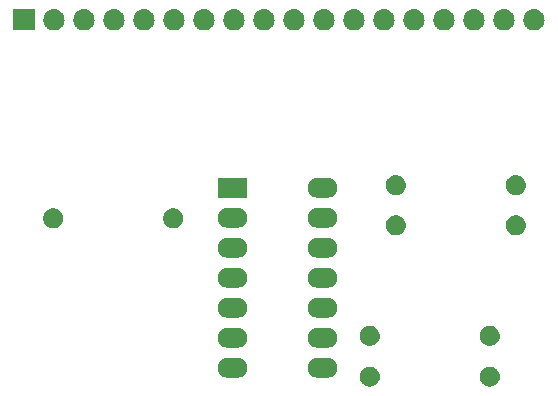
<source format=gbr>
G04 #@! TF.GenerationSoftware,KiCad,Pcbnew,8.0.0*
G04 #@! TF.CreationDate,2024-03-15T09:59:20+01:00*
G04 #@! TF.ProjectId,CMS_AmpliGBP,434d535f-416d-4706-9c69-4742502e6b69,rev?*
G04 #@! TF.SameCoordinates,Original*
G04 #@! TF.FileFunction,Soldermask,Top*
G04 #@! TF.FilePolarity,Negative*
%FSLAX46Y46*%
G04 Gerber Fmt 4.6, Leading zero omitted, Abs format (unit mm)*
G04 Created by KiCad (PCBNEW 8.0.0) date 2024-03-15 09:59:20*
%MOMM*%
%LPD*%
G01*
G04 APERTURE LIST*
G04 APERTURE END LIST*
G36*
X155681199Y-127153662D02*
G01*
X155728954Y-127153662D01*
X155770194Y-127162427D01*
X155805901Y-127165945D01*
X155850759Y-127179552D01*
X155902973Y-127190651D01*
X155936384Y-127205526D01*
X155965435Y-127214339D01*
X156011602Y-127239015D01*
X156065500Y-127263012D01*
X156090554Y-127281215D01*
X156112453Y-127292920D01*
X156157128Y-127329584D01*
X156209430Y-127367584D01*
X156226411Y-127386443D01*
X156241320Y-127398679D01*
X156281387Y-127447501D01*
X156328473Y-127499795D01*
X156338364Y-127516927D01*
X156347079Y-127527546D01*
X156379306Y-127587840D01*
X156417427Y-127653867D01*
X156421813Y-127667368D01*
X156425660Y-127674564D01*
X156446861Y-127744455D01*
X156472404Y-127823067D01*
X156473303Y-127831623D01*
X156474054Y-127834098D01*
X156481371Y-127908389D01*
X156491000Y-128000000D01*
X156481370Y-128091619D01*
X156474054Y-128165901D01*
X156473303Y-128168375D01*
X156472404Y-128176933D01*
X156446856Y-128255558D01*
X156425660Y-128325435D01*
X156421814Y-128332629D01*
X156417427Y-128346133D01*
X156379299Y-128412172D01*
X156347079Y-128472453D01*
X156338366Y-128483069D01*
X156328473Y-128500205D01*
X156281378Y-128552509D01*
X156241320Y-128601320D01*
X156226414Y-128613552D01*
X156209430Y-128632416D01*
X156157118Y-128670423D01*
X156112453Y-128707079D01*
X156090559Y-128718780D01*
X156065500Y-128736988D01*
X156011591Y-128760989D01*
X155965435Y-128785660D01*
X155936391Y-128794470D01*
X155902973Y-128809349D01*
X155850748Y-128820449D01*
X155805901Y-128834054D01*
X155770203Y-128837570D01*
X155728954Y-128846338D01*
X155681188Y-128846338D01*
X155640000Y-128850395D01*
X155598811Y-128846338D01*
X155551046Y-128846338D01*
X155509797Y-128837570D01*
X155474098Y-128834054D01*
X155429248Y-128820448D01*
X155377027Y-128809349D01*
X155343610Y-128794471D01*
X155314564Y-128785660D01*
X155268402Y-128760986D01*
X155214500Y-128736988D01*
X155189443Y-128718783D01*
X155167546Y-128707079D01*
X155122873Y-128670416D01*
X155070570Y-128632416D01*
X155053588Y-128613555D01*
X155038679Y-128601320D01*
X154998610Y-128552496D01*
X154951527Y-128500205D01*
X154941636Y-128483073D01*
X154932920Y-128472453D01*
X154900687Y-128412148D01*
X154862573Y-128346133D01*
X154858186Y-128332634D01*
X154854339Y-128325435D01*
X154833128Y-128255512D01*
X154807596Y-128176933D01*
X154806697Y-128168380D01*
X154805945Y-128165901D01*
X154798613Y-128091467D01*
X154789000Y-128000000D01*
X154798612Y-127908540D01*
X154805945Y-127834098D01*
X154806697Y-127831618D01*
X154807596Y-127823067D01*
X154833123Y-127744502D01*
X154854339Y-127674564D01*
X154858187Y-127667363D01*
X154862573Y-127653867D01*
X154900680Y-127587863D01*
X154932920Y-127527546D01*
X154941638Y-127516923D01*
X154951527Y-127499795D01*
X154998601Y-127447513D01*
X155038679Y-127398679D01*
X155053591Y-127386440D01*
X155070570Y-127367584D01*
X155122862Y-127329591D01*
X155167546Y-127292920D01*
X155189448Y-127281213D01*
X155214500Y-127263012D01*
X155268391Y-127239018D01*
X155314564Y-127214339D01*
X155343617Y-127205525D01*
X155377027Y-127190651D01*
X155429237Y-127179553D01*
X155474098Y-127165945D01*
X155509806Y-127162427D01*
X155551046Y-127153662D01*
X155598801Y-127153662D01*
X155640000Y-127149604D01*
X155681199Y-127153662D01*
G37*
G36*
X165841199Y-127153662D02*
G01*
X165888954Y-127153662D01*
X165930194Y-127162427D01*
X165965901Y-127165945D01*
X166010759Y-127179552D01*
X166062973Y-127190651D01*
X166096384Y-127205526D01*
X166125435Y-127214339D01*
X166171602Y-127239015D01*
X166225500Y-127263012D01*
X166250554Y-127281215D01*
X166272453Y-127292920D01*
X166317128Y-127329584D01*
X166369430Y-127367584D01*
X166386411Y-127386443D01*
X166401320Y-127398679D01*
X166441387Y-127447501D01*
X166488473Y-127499795D01*
X166498364Y-127516927D01*
X166507079Y-127527546D01*
X166539306Y-127587840D01*
X166577427Y-127653867D01*
X166581813Y-127667368D01*
X166585660Y-127674564D01*
X166606861Y-127744455D01*
X166632404Y-127823067D01*
X166633303Y-127831623D01*
X166634054Y-127834098D01*
X166641371Y-127908389D01*
X166651000Y-128000000D01*
X166641370Y-128091619D01*
X166634054Y-128165901D01*
X166633303Y-128168375D01*
X166632404Y-128176933D01*
X166606856Y-128255558D01*
X166585660Y-128325435D01*
X166581814Y-128332629D01*
X166577427Y-128346133D01*
X166539299Y-128412172D01*
X166507079Y-128472453D01*
X166498366Y-128483069D01*
X166488473Y-128500205D01*
X166441378Y-128552509D01*
X166401320Y-128601320D01*
X166386414Y-128613552D01*
X166369430Y-128632416D01*
X166317118Y-128670423D01*
X166272453Y-128707079D01*
X166250559Y-128718780D01*
X166225500Y-128736988D01*
X166171591Y-128760989D01*
X166125435Y-128785660D01*
X166096391Y-128794470D01*
X166062973Y-128809349D01*
X166010748Y-128820449D01*
X165965901Y-128834054D01*
X165930203Y-128837570D01*
X165888954Y-128846338D01*
X165841188Y-128846338D01*
X165800000Y-128850395D01*
X165758811Y-128846338D01*
X165711046Y-128846338D01*
X165669797Y-128837570D01*
X165634098Y-128834054D01*
X165589248Y-128820448D01*
X165537027Y-128809349D01*
X165503610Y-128794471D01*
X165474564Y-128785660D01*
X165428402Y-128760986D01*
X165374500Y-128736988D01*
X165349443Y-128718783D01*
X165327546Y-128707079D01*
X165282873Y-128670416D01*
X165230570Y-128632416D01*
X165213588Y-128613555D01*
X165198679Y-128601320D01*
X165158610Y-128552496D01*
X165111527Y-128500205D01*
X165101636Y-128483073D01*
X165092920Y-128472453D01*
X165060687Y-128412148D01*
X165022573Y-128346133D01*
X165018186Y-128332634D01*
X165014339Y-128325435D01*
X164993128Y-128255512D01*
X164967596Y-128176933D01*
X164966697Y-128168380D01*
X164965945Y-128165901D01*
X164958613Y-128091467D01*
X164949000Y-128000000D01*
X164958612Y-127908540D01*
X164965945Y-127834098D01*
X164966697Y-127831618D01*
X164967596Y-127823067D01*
X164993123Y-127744502D01*
X165014339Y-127674564D01*
X165018187Y-127667363D01*
X165022573Y-127653867D01*
X165060680Y-127587863D01*
X165092920Y-127527546D01*
X165101638Y-127516923D01*
X165111527Y-127499795D01*
X165158601Y-127447513D01*
X165198679Y-127398679D01*
X165213591Y-127386440D01*
X165230570Y-127367584D01*
X165282862Y-127329591D01*
X165327546Y-127292920D01*
X165349448Y-127281213D01*
X165374500Y-127263012D01*
X165428391Y-127239018D01*
X165474564Y-127214339D01*
X165503617Y-127205525D01*
X165537027Y-127190651D01*
X165589237Y-127179553D01*
X165634098Y-127165945D01*
X165669806Y-127162427D01*
X165711046Y-127153662D01*
X165758801Y-127153662D01*
X165800000Y-127149604D01*
X165841199Y-127153662D01*
G37*
G36*
X144503413Y-126413098D02*
G01*
X144667032Y-126445644D01*
X144821159Y-126509485D01*
X144959869Y-126602168D01*
X145077832Y-126720131D01*
X145170515Y-126858841D01*
X145234356Y-127012968D01*
X145266902Y-127176587D01*
X145266902Y-127343413D01*
X145234356Y-127507032D01*
X145170515Y-127661159D01*
X145077832Y-127799869D01*
X144959869Y-127917832D01*
X144821159Y-128010515D01*
X144667032Y-128074356D01*
X144503413Y-128106902D01*
X143620000Y-128111000D01*
X143536587Y-128106902D01*
X143372968Y-128074356D01*
X143218841Y-128010515D01*
X143080131Y-127917832D01*
X142962168Y-127799869D01*
X142869485Y-127661159D01*
X142805644Y-127507032D01*
X142773098Y-127343413D01*
X142773098Y-127176587D01*
X142805644Y-127012968D01*
X142869485Y-126858841D01*
X142962168Y-126720131D01*
X143080131Y-126602168D01*
X143218841Y-126509485D01*
X143372968Y-126445644D01*
X143536587Y-126413098D01*
X144420000Y-126409000D01*
X144503413Y-126413098D01*
G37*
G36*
X152123413Y-126413098D02*
G01*
X152287032Y-126445644D01*
X152441159Y-126509485D01*
X152579869Y-126602168D01*
X152697832Y-126720131D01*
X152790515Y-126858841D01*
X152854356Y-127012968D01*
X152886902Y-127176587D01*
X152886902Y-127343413D01*
X152854356Y-127507032D01*
X152790515Y-127661159D01*
X152697832Y-127799869D01*
X152579869Y-127917832D01*
X152441159Y-128010515D01*
X152287032Y-128074356D01*
X152123413Y-128106902D01*
X151240000Y-128111000D01*
X151156587Y-128106902D01*
X150992968Y-128074356D01*
X150838841Y-128010515D01*
X150700131Y-127917832D01*
X150582168Y-127799869D01*
X150489485Y-127661159D01*
X150425644Y-127507032D01*
X150393098Y-127343413D01*
X150393098Y-127176587D01*
X150425644Y-127012968D01*
X150489485Y-126858841D01*
X150582168Y-126720131D01*
X150700131Y-126602168D01*
X150838841Y-126509485D01*
X150992968Y-126445644D01*
X151156587Y-126413098D01*
X152040000Y-126409000D01*
X152123413Y-126413098D01*
G37*
G36*
X144503413Y-123873098D02*
G01*
X144667032Y-123905644D01*
X144821159Y-123969485D01*
X144959869Y-124062168D01*
X145077832Y-124180131D01*
X145170515Y-124318841D01*
X145234356Y-124472968D01*
X145266902Y-124636587D01*
X145266902Y-124803413D01*
X145234356Y-124967032D01*
X145170515Y-125121159D01*
X145077832Y-125259869D01*
X144959869Y-125377832D01*
X144821159Y-125470515D01*
X144667032Y-125534356D01*
X144503413Y-125566902D01*
X143620000Y-125571000D01*
X143536587Y-125566902D01*
X143372968Y-125534356D01*
X143218841Y-125470515D01*
X143080131Y-125377832D01*
X142962168Y-125259869D01*
X142869485Y-125121159D01*
X142805644Y-124967032D01*
X142773098Y-124803413D01*
X142773098Y-124636587D01*
X142805644Y-124472968D01*
X142869485Y-124318841D01*
X142962168Y-124180131D01*
X143080131Y-124062168D01*
X143218841Y-123969485D01*
X143372968Y-123905644D01*
X143536587Y-123873098D01*
X144420000Y-123869000D01*
X144503413Y-123873098D01*
G37*
G36*
X152123413Y-123873098D02*
G01*
X152287032Y-123905644D01*
X152441159Y-123969485D01*
X152579869Y-124062168D01*
X152697832Y-124180131D01*
X152790515Y-124318841D01*
X152854356Y-124472968D01*
X152886902Y-124636587D01*
X152886902Y-124803413D01*
X152854356Y-124967032D01*
X152790515Y-125121159D01*
X152697832Y-125259869D01*
X152579869Y-125377832D01*
X152441159Y-125470515D01*
X152287032Y-125534356D01*
X152123413Y-125566902D01*
X151240000Y-125571000D01*
X151156587Y-125566902D01*
X150992968Y-125534356D01*
X150838841Y-125470515D01*
X150700131Y-125377832D01*
X150582168Y-125259869D01*
X150489485Y-125121159D01*
X150425644Y-124967032D01*
X150393098Y-124803413D01*
X150393098Y-124636587D01*
X150425644Y-124472968D01*
X150489485Y-124318841D01*
X150582168Y-124180131D01*
X150700131Y-124062168D01*
X150838841Y-123969485D01*
X150992968Y-123905644D01*
X151156587Y-123873098D01*
X152040000Y-123869000D01*
X152123413Y-123873098D01*
G37*
G36*
X155681199Y-123703662D02*
G01*
X155728954Y-123703662D01*
X155770194Y-123712427D01*
X155805901Y-123715945D01*
X155850759Y-123729552D01*
X155902973Y-123740651D01*
X155936384Y-123755526D01*
X155965435Y-123764339D01*
X156011602Y-123789015D01*
X156065500Y-123813012D01*
X156090554Y-123831215D01*
X156112453Y-123842920D01*
X156157128Y-123879584D01*
X156209430Y-123917584D01*
X156226411Y-123936443D01*
X156241320Y-123948679D01*
X156281387Y-123997501D01*
X156328473Y-124049795D01*
X156338364Y-124066927D01*
X156347079Y-124077546D01*
X156379306Y-124137840D01*
X156417427Y-124203867D01*
X156421813Y-124217368D01*
X156425660Y-124224564D01*
X156446861Y-124294455D01*
X156472404Y-124373067D01*
X156473303Y-124381623D01*
X156474054Y-124384098D01*
X156481371Y-124458389D01*
X156491000Y-124550000D01*
X156481370Y-124641619D01*
X156474054Y-124715901D01*
X156473303Y-124718375D01*
X156472404Y-124726933D01*
X156446856Y-124805558D01*
X156425660Y-124875435D01*
X156421814Y-124882629D01*
X156417427Y-124896133D01*
X156379299Y-124962172D01*
X156347079Y-125022453D01*
X156338366Y-125033069D01*
X156328473Y-125050205D01*
X156281378Y-125102509D01*
X156241320Y-125151320D01*
X156226414Y-125163552D01*
X156209430Y-125182416D01*
X156157118Y-125220423D01*
X156112453Y-125257079D01*
X156090559Y-125268780D01*
X156065500Y-125286988D01*
X156011591Y-125310989D01*
X155965435Y-125335660D01*
X155936391Y-125344470D01*
X155902973Y-125359349D01*
X155850748Y-125370449D01*
X155805901Y-125384054D01*
X155770203Y-125387570D01*
X155728954Y-125396338D01*
X155681188Y-125396338D01*
X155640000Y-125400395D01*
X155598811Y-125396338D01*
X155551046Y-125396338D01*
X155509797Y-125387570D01*
X155474098Y-125384054D01*
X155429248Y-125370448D01*
X155377027Y-125359349D01*
X155343610Y-125344471D01*
X155314564Y-125335660D01*
X155268402Y-125310986D01*
X155214500Y-125286988D01*
X155189443Y-125268783D01*
X155167546Y-125257079D01*
X155122873Y-125220416D01*
X155070570Y-125182416D01*
X155053588Y-125163555D01*
X155038679Y-125151320D01*
X154998610Y-125102496D01*
X154951527Y-125050205D01*
X154941636Y-125033073D01*
X154932920Y-125022453D01*
X154900687Y-124962148D01*
X154862573Y-124896133D01*
X154858186Y-124882634D01*
X154854339Y-124875435D01*
X154833128Y-124805512D01*
X154807596Y-124726933D01*
X154806697Y-124718380D01*
X154805945Y-124715901D01*
X154798613Y-124641467D01*
X154789000Y-124550000D01*
X154798612Y-124458540D01*
X154805945Y-124384098D01*
X154806697Y-124381618D01*
X154807596Y-124373067D01*
X154833123Y-124294502D01*
X154854339Y-124224564D01*
X154858187Y-124217363D01*
X154862573Y-124203867D01*
X154900680Y-124137863D01*
X154932920Y-124077546D01*
X154941638Y-124066923D01*
X154951527Y-124049795D01*
X154998601Y-123997513D01*
X155038679Y-123948679D01*
X155053591Y-123936440D01*
X155070570Y-123917584D01*
X155122862Y-123879591D01*
X155167546Y-123842920D01*
X155189448Y-123831213D01*
X155214500Y-123813012D01*
X155268391Y-123789018D01*
X155314564Y-123764339D01*
X155343617Y-123755525D01*
X155377027Y-123740651D01*
X155429237Y-123729553D01*
X155474098Y-123715945D01*
X155509806Y-123712427D01*
X155551046Y-123703662D01*
X155598801Y-123703662D01*
X155640000Y-123699604D01*
X155681199Y-123703662D01*
G37*
G36*
X165841199Y-123703662D02*
G01*
X165888954Y-123703662D01*
X165930194Y-123712427D01*
X165965901Y-123715945D01*
X166010759Y-123729552D01*
X166062973Y-123740651D01*
X166096384Y-123755526D01*
X166125435Y-123764339D01*
X166171602Y-123789015D01*
X166225500Y-123813012D01*
X166250554Y-123831215D01*
X166272453Y-123842920D01*
X166317128Y-123879584D01*
X166369430Y-123917584D01*
X166386411Y-123936443D01*
X166401320Y-123948679D01*
X166441387Y-123997501D01*
X166488473Y-124049795D01*
X166498364Y-124066927D01*
X166507079Y-124077546D01*
X166539306Y-124137840D01*
X166577427Y-124203867D01*
X166581813Y-124217368D01*
X166585660Y-124224564D01*
X166606861Y-124294455D01*
X166632404Y-124373067D01*
X166633303Y-124381623D01*
X166634054Y-124384098D01*
X166641371Y-124458389D01*
X166651000Y-124550000D01*
X166641370Y-124641619D01*
X166634054Y-124715901D01*
X166633303Y-124718375D01*
X166632404Y-124726933D01*
X166606856Y-124805558D01*
X166585660Y-124875435D01*
X166581814Y-124882629D01*
X166577427Y-124896133D01*
X166539299Y-124962172D01*
X166507079Y-125022453D01*
X166498366Y-125033069D01*
X166488473Y-125050205D01*
X166441378Y-125102509D01*
X166401320Y-125151320D01*
X166386414Y-125163552D01*
X166369430Y-125182416D01*
X166317118Y-125220423D01*
X166272453Y-125257079D01*
X166250559Y-125268780D01*
X166225500Y-125286988D01*
X166171591Y-125310989D01*
X166125435Y-125335660D01*
X166096391Y-125344470D01*
X166062973Y-125359349D01*
X166010748Y-125370449D01*
X165965901Y-125384054D01*
X165930203Y-125387570D01*
X165888954Y-125396338D01*
X165841188Y-125396338D01*
X165800000Y-125400395D01*
X165758811Y-125396338D01*
X165711046Y-125396338D01*
X165669797Y-125387570D01*
X165634098Y-125384054D01*
X165589248Y-125370448D01*
X165537027Y-125359349D01*
X165503610Y-125344471D01*
X165474564Y-125335660D01*
X165428402Y-125310986D01*
X165374500Y-125286988D01*
X165349443Y-125268783D01*
X165327546Y-125257079D01*
X165282873Y-125220416D01*
X165230570Y-125182416D01*
X165213588Y-125163555D01*
X165198679Y-125151320D01*
X165158610Y-125102496D01*
X165111527Y-125050205D01*
X165101636Y-125033073D01*
X165092920Y-125022453D01*
X165060687Y-124962148D01*
X165022573Y-124896133D01*
X165018186Y-124882634D01*
X165014339Y-124875435D01*
X164993128Y-124805512D01*
X164967596Y-124726933D01*
X164966697Y-124718380D01*
X164965945Y-124715901D01*
X164958613Y-124641467D01*
X164949000Y-124550000D01*
X164958612Y-124458540D01*
X164965945Y-124384098D01*
X164966697Y-124381618D01*
X164967596Y-124373067D01*
X164993123Y-124294502D01*
X165014339Y-124224564D01*
X165018187Y-124217363D01*
X165022573Y-124203867D01*
X165060680Y-124137863D01*
X165092920Y-124077546D01*
X165101638Y-124066923D01*
X165111527Y-124049795D01*
X165158601Y-123997513D01*
X165198679Y-123948679D01*
X165213591Y-123936440D01*
X165230570Y-123917584D01*
X165282862Y-123879591D01*
X165327546Y-123842920D01*
X165349448Y-123831213D01*
X165374500Y-123813012D01*
X165428391Y-123789018D01*
X165474564Y-123764339D01*
X165503617Y-123755525D01*
X165537027Y-123740651D01*
X165589237Y-123729553D01*
X165634098Y-123715945D01*
X165669806Y-123712427D01*
X165711046Y-123703662D01*
X165758801Y-123703662D01*
X165800000Y-123699604D01*
X165841199Y-123703662D01*
G37*
G36*
X144503413Y-121333098D02*
G01*
X144667032Y-121365644D01*
X144821159Y-121429485D01*
X144959869Y-121522168D01*
X145077832Y-121640131D01*
X145170515Y-121778841D01*
X145234356Y-121932968D01*
X145266902Y-122096587D01*
X145266902Y-122263413D01*
X145234356Y-122427032D01*
X145170515Y-122581159D01*
X145077832Y-122719869D01*
X144959869Y-122837832D01*
X144821159Y-122930515D01*
X144667032Y-122994356D01*
X144503413Y-123026902D01*
X143620000Y-123031000D01*
X143536587Y-123026902D01*
X143372968Y-122994356D01*
X143218841Y-122930515D01*
X143080131Y-122837832D01*
X142962168Y-122719869D01*
X142869485Y-122581159D01*
X142805644Y-122427032D01*
X142773098Y-122263413D01*
X142773098Y-122096587D01*
X142805644Y-121932968D01*
X142869485Y-121778841D01*
X142962168Y-121640131D01*
X143080131Y-121522168D01*
X143218841Y-121429485D01*
X143372968Y-121365644D01*
X143536587Y-121333098D01*
X144420000Y-121329000D01*
X144503413Y-121333098D01*
G37*
G36*
X152123413Y-121333098D02*
G01*
X152287032Y-121365644D01*
X152441159Y-121429485D01*
X152579869Y-121522168D01*
X152697832Y-121640131D01*
X152790515Y-121778841D01*
X152854356Y-121932968D01*
X152886902Y-122096587D01*
X152886902Y-122263413D01*
X152854356Y-122427032D01*
X152790515Y-122581159D01*
X152697832Y-122719869D01*
X152579869Y-122837832D01*
X152441159Y-122930515D01*
X152287032Y-122994356D01*
X152123413Y-123026902D01*
X151240000Y-123031000D01*
X151156587Y-123026902D01*
X150992968Y-122994356D01*
X150838841Y-122930515D01*
X150700131Y-122837832D01*
X150582168Y-122719869D01*
X150489485Y-122581159D01*
X150425644Y-122427032D01*
X150393098Y-122263413D01*
X150393098Y-122096587D01*
X150425644Y-121932968D01*
X150489485Y-121778841D01*
X150582168Y-121640131D01*
X150700131Y-121522168D01*
X150838841Y-121429485D01*
X150992968Y-121365644D01*
X151156587Y-121333098D01*
X152040000Y-121329000D01*
X152123413Y-121333098D01*
G37*
G36*
X144503413Y-118793098D02*
G01*
X144667032Y-118825644D01*
X144821159Y-118889485D01*
X144959869Y-118982168D01*
X145077832Y-119100131D01*
X145170515Y-119238841D01*
X145234356Y-119392968D01*
X145266902Y-119556587D01*
X145266902Y-119723413D01*
X145234356Y-119887032D01*
X145170515Y-120041159D01*
X145077832Y-120179869D01*
X144959869Y-120297832D01*
X144821159Y-120390515D01*
X144667032Y-120454356D01*
X144503413Y-120486902D01*
X143620000Y-120491000D01*
X143536587Y-120486902D01*
X143372968Y-120454356D01*
X143218841Y-120390515D01*
X143080131Y-120297832D01*
X142962168Y-120179869D01*
X142869485Y-120041159D01*
X142805644Y-119887032D01*
X142773098Y-119723413D01*
X142773098Y-119556587D01*
X142805644Y-119392968D01*
X142869485Y-119238841D01*
X142962168Y-119100131D01*
X143080131Y-118982168D01*
X143218841Y-118889485D01*
X143372968Y-118825644D01*
X143536587Y-118793098D01*
X144420000Y-118789000D01*
X144503413Y-118793098D01*
G37*
G36*
X152123413Y-118793098D02*
G01*
X152287032Y-118825644D01*
X152441159Y-118889485D01*
X152579869Y-118982168D01*
X152697832Y-119100131D01*
X152790515Y-119238841D01*
X152854356Y-119392968D01*
X152886902Y-119556587D01*
X152886902Y-119723413D01*
X152854356Y-119887032D01*
X152790515Y-120041159D01*
X152697832Y-120179869D01*
X152579869Y-120297832D01*
X152441159Y-120390515D01*
X152287032Y-120454356D01*
X152123413Y-120486902D01*
X151240000Y-120491000D01*
X151156587Y-120486902D01*
X150992968Y-120454356D01*
X150838841Y-120390515D01*
X150700131Y-120297832D01*
X150582168Y-120179869D01*
X150489485Y-120041159D01*
X150425644Y-119887032D01*
X150393098Y-119723413D01*
X150393098Y-119556587D01*
X150425644Y-119392968D01*
X150489485Y-119238841D01*
X150582168Y-119100131D01*
X150700131Y-118982168D01*
X150838841Y-118889485D01*
X150992968Y-118825644D01*
X151156587Y-118793098D01*
X152040000Y-118789000D01*
X152123413Y-118793098D01*
G37*
G36*
X144503413Y-116253098D02*
G01*
X144667032Y-116285644D01*
X144821159Y-116349485D01*
X144959869Y-116442168D01*
X145077832Y-116560131D01*
X145170515Y-116698841D01*
X145234356Y-116852968D01*
X145266902Y-117016587D01*
X145266902Y-117183413D01*
X145234356Y-117347032D01*
X145170515Y-117501159D01*
X145077832Y-117639869D01*
X144959869Y-117757832D01*
X144821159Y-117850515D01*
X144667032Y-117914356D01*
X144503413Y-117946902D01*
X143620000Y-117951000D01*
X143536587Y-117946902D01*
X143372968Y-117914356D01*
X143218841Y-117850515D01*
X143080131Y-117757832D01*
X142962168Y-117639869D01*
X142869485Y-117501159D01*
X142805644Y-117347032D01*
X142773098Y-117183413D01*
X142773098Y-117016587D01*
X142805644Y-116852968D01*
X142869485Y-116698841D01*
X142962168Y-116560131D01*
X143080131Y-116442168D01*
X143218841Y-116349485D01*
X143372968Y-116285644D01*
X143536587Y-116253098D01*
X144420000Y-116249000D01*
X144503413Y-116253098D01*
G37*
G36*
X152123413Y-116253098D02*
G01*
X152287032Y-116285644D01*
X152441159Y-116349485D01*
X152579869Y-116442168D01*
X152697832Y-116560131D01*
X152790515Y-116698841D01*
X152854356Y-116852968D01*
X152886902Y-117016587D01*
X152886902Y-117183413D01*
X152854356Y-117347032D01*
X152790515Y-117501159D01*
X152697832Y-117639869D01*
X152579869Y-117757832D01*
X152441159Y-117850515D01*
X152287032Y-117914356D01*
X152123413Y-117946902D01*
X151240000Y-117951000D01*
X151156587Y-117946902D01*
X150992968Y-117914356D01*
X150838841Y-117850515D01*
X150700131Y-117757832D01*
X150582168Y-117639869D01*
X150489485Y-117501159D01*
X150425644Y-117347032D01*
X150393098Y-117183413D01*
X150393098Y-117016587D01*
X150425644Y-116852968D01*
X150489485Y-116698841D01*
X150582168Y-116560131D01*
X150700131Y-116442168D01*
X150838841Y-116349485D01*
X150992968Y-116285644D01*
X151156587Y-116253098D01*
X152040000Y-116249000D01*
X152123413Y-116253098D01*
G37*
G36*
X157881199Y-114353662D02*
G01*
X157928954Y-114353662D01*
X157970194Y-114362427D01*
X158005901Y-114365945D01*
X158050759Y-114379552D01*
X158102973Y-114390651D01*
X158136384Y-114405526D01*
X158165435Y-114414339D01*
X158211602Y-114439015D01*
X158265500Y-114463012D01*
X158290554Y-114481215D01*
X158312453Y-114492920D01*
X158357128Y-114529584D01*
X158409430Y-114567584D01*
X158426411Y-114586443D01*
X158441320Y-114598679D01*
X158481387Y-114647501D01*
X158528473Y-114699795D01*
X158538364Y-114716927D01*
X158547079Y-114727546D01*
X158579306Y-114787840D01*
X158617427Y-114853867D01*
X158621813Y-114867368D01*
X158625660Y-114874564D01*
X158646861Y-114944455D01*
X158672404Y-115023067D01*
X158673303Y-115031623D01*
X158674054Y-115034098D01*
X158681371Y-115108389D01*
X158691000Y-115200000D01*
X158681370Y-115291619D01*
X158674054Y-115365901D01*
X158673303Y-115368375D01*
X158672404Y-115376933D01*
X158646856Y-115455558D01*
X158625660Y-115525435D01*
X158621814Y-115532629D01*
X158617427Y-115546133D01*
X158579299Y-115612172D01*
X158547079Y-115672453D01*
X158538366Y-115683069D01*
X158528473Y-115700205D01*
X158481378Y-115752509D01*
X158441320Y-115801320D01*
X158426414Y-115813552D01*
X158409430Y-115832416D01*
X158357118Y-115870423D01*
X158312453Y-115907079D01*
X158290559Y-115918780D01*
X158265500Y-115936988D01*
X158211591Y-115960989D01*
X158165435Y-115985660D01*
X158136391Y-115994470D01*
X158102973Y-116009349D01*
X158050748Y-116020449D01*
X158005901Y-116034054D01*
X157970203Y-116037570D01*
X157928954Y-116046338D01*
X157881188Y-116046338D01*
X157840000Y-116050395D01*
X157798811Y-116046338D01*
X157751046Y-116046338D01*
X157709797Y-116037570D01*
X157674098Y-116034054D01*
X157629248Y-116020448D01*
X157577027Y-116009349D01*
X157543610Y-115994471D01*
X157514564Y-115985660D01*
X157468402Y-115960986D01*
X157414500Y-115936988D01*
X157389443Y-115918783D01*
X157367546Y-115907079D01*
X157322873Y-115870416D01*
X157270570Y-115832416D01*
X157253588Y-115813555D01*
X157238679Y-115801320D01*
X157198610Y-115752496D01*
X157151527Y-115700205D01*
X157141636Y-115683073D01*
X157132920Y-115672453D01*
X157100687Y-115612148D01*
X157062573Y-115546133D01*
X157058186Y-115532634D01*
X157054339Y-115525435D01*
X157033128Y-115455512D01*
X157007596Y-115376933D01*
X157006697Y-115368380D01*
X157005945Y-115365901D01*
X156998613Y-115291467D01*
X156989000Y-115200000D01*
X156998612Y-115108540D01*
X157005945Y-115034098D01*
X157006697Y-115031618D01*
X157007596Y-115023067D01*
X157033123Y-114944502D01*
X157054339Y-114874564D01*
X157058187Y-114867363D01*
X157062573Y-114853867D01*
X157100680Y-114787863D01*
X157132920Y-114727546D01*
X157141638Y-114716923D01*
X157151527Y-114699795D01*
X157198601Y-114647513D01*
X157238679Y-114598679D01*
X157253591Y-114586440D01*
X157270570Y-114567584D01*
X157322862Y-114529591D01*
X157367546Y-114492920D01*
X157389448Y-114481213D01*
X157414500Y-114463012D01*
X157468391Y-114439018D01*
X157514564Y-114414339D01*
X157543617Y-114405525D01*
X157577027Y-114390651D01*
X157629237Y-114379553D01*
X157674098Y-114365945D01*
X157709806Y-114362427D01*
X157751046Y-114353662D01*
X157798801Y-114353662D01*
X157840000Y-114349604D01*
X157881199Y-114353662D01*
G37*
G36*
X168041199Y-114353662D02*
G01*
X168088954Y-114353662D01*
X168130194Y-114362427D01*
X168165901Y-114365945D01*
X168210759Y-114379552D01*
X168262973Y-114390651D01*
X168296384Y-114405526D01*
X168325435Y-114414339D01*
X168371602Y-114439015D01*
X168425500Y-114463012D01*
X168450554Y-114481215D01*
X168472453Y-114492920D01*
X168517128Y-114529584D01*
X168569430Y-114567584D01*
X168586411Y-114586443D01*
X168601320Y-114598679D01*
X168641387Y-114647501D01*
X168688473Y-114699795D01*
X168698364Y-114716927D01*
X168707079Y-114727546D01*
X168739306Y-114787840D01*
X168777427Y-114853867D01*
X168781813Y-114867368D01*
X168785660Y-114874564D01*
X168806861Y-114944455D01*
X168832404Y-115023067D01*
X168833303Y-115031623D01*
X168834054Y-115034098D01*
X168841371Y-115108389D01*
X168851000Y-115200000D01*
X168841370Y-115291619D01*
X168834054Y-115365901D01*
X168833303Y-115368375D01*
X168832404Y-115376933D01*
X168806856Y-115455558D01*
X168785660Y-115525435D01*
X168781814Y-115532629D01*
X168777427Y-115546133D01*
X168739299Y-115612172D01*
X168707079Y-115672453D01*
X168698366Y-115683069D01*
X168688473Y-115700205D01*
X168641378Y-115752509D01*
X168601320Y-115801320D01*
X168586414Y-115813552D01*
X168569430Y-115832416D01*
X168517118Y-115870423D01*
X168472453Y-115907079D01*
X168450559Y-115918780D01*
X168425500Y-115936988D01*
X168371591Y-115960989D01*
X168325435Y-115985660D01*
X168296391Y-115994470D01*
X168262973Y-116009349D01*
X168210748Y-116020449D01*
X168165901Y-116034054D01*
X168130203Y-116037570D01*
X168088954Y-116046338D01*
X168041188Y-116046338D01*
X168000000Y-116050395D01*
X167958811Y-116046338D01*
X167911046Y-116046338D01*
X167869797Y-116037570D01*
X167834098Y-116034054D01*
X167789248Y-116020448D01*
X167737027Y-116009349D01*
X167703610Y-115994471D01*
X167674564Y-115985660D01*
X167628402Y-115960986D01*
X167574500Y-115936988D01*
X167549443Y-115918783D01*
X167527546Y-115907079D01*
X167482873Y-115870416D01*
X167430570Y-115832416D01*
X167413588Y-115813555D01*
X167398679Y-115801320D01*
X167358610Y-115752496D01*
X167311527Y-115700205D01*
X167301636Y-115683073D01*
X167292920Y-115672453D01*
X167260687Y-115612148D01*
X167222573Y-115546133D01*
X167218186Y-115532634D01*
X167214339Y-115525435D01*
X167193128Y-115455512D01*
X167167596Y-115376933D01*
X167166697Y-115368380D01*
X167165945Y-115365901D01*
X167158613Y-115291467D01*
X167149000Y-115200000D01*
X167158612Y-115108540D01*
X167165945Y-115034098D01*
X167166697Y-115031618D01*
X167167596Y-115023067D01*
X167193123Y-114944502D01*
X167214339Y-114874564D01*
X167218187Y-114867363D01*
X167222573Y-114853867D01*
X167260680Y-114787863D01*
X167292920Y-114727546D01*
X167301638Y-114716923D01*
X167311527Y-114699795D01*
X167358601Y-114647513D01*
X167398679Y-114598679D01*
X167413591Y-114586440D01*
X167430570Y-114567584D01*
X167482862Y-114529591D01*
X167527546Y-114492920D01*
X167549448Y-114481213D01*
X167574500Y-114463012D01*
X167628391Y-114439018D01*
X167674564Y-114414339D01*
X167703617Y-114405525D01*
X167737027Y-114390651D01*
X167789237Y-114379553D01*
X167834098Y-114365945D01*
X167869806Y-114362427D01*
X167911046Y-114353662D01*
X167958801Y-114353662D01*
X168000000Y-114349604D01*
X168041199Y-114353662D01*
G37*
G36*
X128881199Y-113753662D02*
G01*
X128928954Y-113753662D01*
X128970194Y-113762427D01*
X129005901Y-113765945D01*
X129050759Y-113779552D01*
X129102973Y-113790651D01*
X129136384Y-113805526D01*
X129165435Y-113814339D01*
X129211602Y-113839015D01*
X129265500Y-113863012D01*
X129290554Y-113881215D01*
X129312453Y-113892920D01*
X129357128Y-113929584D01*
X129409430Y-113967584D01*
X129426411Y-113986443D01*
X129441320Y-113998679D01*
X129481387Y-114047501D01*
X129528473Y-114099795D01*
X129538364Y-114116927D01*
X129547079Y-114127546D01*
X129579306Y-114187840D01*
X129617427Y-114253867D01*
X129621813Y-114267368D01*
X129625660Y-114274564D01*
X129646861Y-114344455D01*
X129672404Y-114423067D01*
X129673303Y-114431623D01*
X129674054Y-114434098D01*
X129681371Y-114508389D01*
X129691000Y-114600000D01*
X129681370Y-114691619D01*
X129674054Y-114765901D01*
X129673303Y-114768375D01*
X129672404Y-114776933D01*
X129646856Y-114855558D01*
X129625660Y-114925435D01*
X129621814Y-114932629D01*
X129617427Y-114946133D01*
X129579299Y-115012172D01*
X129547079Y-115072453D01*
X129538366Y-115083069D01*
X129528473Y-115100205D01*
X129481378Y-115152509D01*
X129441320Y-115201320D01*
X129426414Y-115213552D01*
X129409430Y-115232416D01*
X129357118Y-115270423D01*
X129312453Y-115307079D01*
X129290559Y-115318780D01*
X129265500Y-115336988D01*
X129211591Y-115360989D01*
X129165435Y-115385660D01*
X129136391Y-115394470D01*
X129102973Y-115409349D01*
X129050748Y-115420449D01*
X129005901Y-115434054D01*
X128970203Y-115437570D01*
X128928954Y-115446338D01*
X128881188Y-115446338D01*
X128840000Y-115450395D01*
X128798811Y-115446338D01*
X128751046Y-115446338D01*
X128709797Y-115437570D01*
X128674098Y-115434054D01*
X128629248Y-115420448D01*
X128577027Y-115409349D01*
X128543610Y-115394471D01*
X128514564Y-115385660D01*
X128468402Y-115360986D01*
X128414500Y-115336988D01*
X128389443Y-115318783D01*
X128367546Y-115307079D01*
X128322873Y-115270416D01*
X128270570Y-115232416D01*
X128253588Y-115213555D01*
X128238679Y-115201320D01*
X128198610Y-115152496D01*
X128151527Y-115100205D01*
X128141636Y-115083073D01*
X128132920Y-115072453D01*
X128100687Y-115012148D01*
X128062573Y-114946133D01*
X128058186Y-114932634D01*
X128054339Y-114925435D01*
X128033128Y-114855512D01*
X128007596Y-114776933D01*
X128006697Y-114768380D01*
X128005945Y-114765901D01*
X127998613Y-114691467D01*
X127989000Y-114600000D01*
X127998612Y-114508540D01*
X128005945Y-114434098D01*
X128006697Y-114431618D01*
X128007596Y-114423067D01*
X128033123Y-114344502D01*
X128054339Y-114274564D01*
X128058187Y-114267363D01*
X128062573Y-114253867D01*
X128100680Y-114187863D01*
X128132920Y-114127546D01*
X128141638Y-114116923D01*
X128151527Y-114099795D01*
X128198601Y-114047513D01*
X128238679Y-113998679D01*
X128253591Y-113986440D01*
X128270570Y-113967584D01*
X128322862Y-113929591D01*
X128367546Y-113892920D01*
X128389448Y-113881213D01*
X128414500Y-113863012D01*
X128468391Y-113839018D01*
X128514564Y-113814339D01*
X128543617Y-113805525D01*
X128577027Y-113790651D01*
X128629237Y-113779553D01*
X128674098Y-113765945D01*
X128709806Y-113762427D01*
X128751046Y-113753662D01*
X128798801Y-113753662D01*
X128840000Y-113749604D01*
X128881199Y-113753662D01*
G37*
G36*
X139041199Y-113753662D02*
G01*
X139088954Y-113753662D01*
X139130194Y-113762427D01*
X139165901Y-113765945D01*
X139210759Y-113779552D01*
X139262973Y-113790651D01*
X139296384Y-113805526D01*
X139325435Y-113814339D01*
X139371602Y-113839015D01*
X139425500Y-113863012D01*
X139450554Y-113881215D01*
X139472453Y-113892920D01*
X139517128Y-113929584D01*
X139569430Y-113967584D01*
X139586411Y-113986443D01*
X139601320Y-113998679D01*
X139641387Y-114047501D01*
X139688473Y-114099795D01*
X139698364Y-114116927D01*
X139707079Y-114127546D01*
X139739306Y-114187840D01*
X139777427Y-114253867D01*
X139781813Y-114267368D01*
X139785660Y-114274564D01*
X139806861Y-114344455D01*
X139832404Y-114423067D01*
X139833303Y-114431623D01*
X139834054Y-114434098D01*
X139841371Y-114508389D01*
X139851000Y-114600000D01*
X139841370Y-114691619D01*
X139834054Y-114765901D01*
X139833303Y-114768375D01*
X139832404Y-114776933D01*
X139806856Y-114855558D01*
X139785660Y-114925435D01*
X139781814Y-114932629D01*
X139777427Y-114946133D01*
X139739299Y-115012172D01*
X139707079Y-115072453D01*
X139698366Y-115083069D01*
X139688473Y-115100205D01*
X139641378Y-115152509D01*
X139601320Y-115201320D01*
X139586414Y-115213552D01*
X139569430Y-115232416D01*
X139517118Y-115270423D01*
X139472453Y-115307079D01*
X139450559Y-115318780D01*
X139425500Y-115336988D01*
X139371591Y-115360989D01*
X139325435Y-115385660D01*
X139296391Y-115394470D01*
X139262973Y-115409349D01*
X139210748Y-115420449D01*
X139165901Y-115434054D01*
X139130203Y-115437570D01*
X139088954Y-115446338D01*
X139041188Y-115446338D01*
X139000000Y-115450395D01*
X138958811Y-115446338D01*
X138911046Y-115446338D01*
X138869797Y-115437570D01*
X138834098Y-115434054D01*
X138789248Y-115420448D01*
X138737027Y-115409349D01*
X138703610Y-115394471D01*
X138674564Y-115385660D01*
X138628402Y-115360986D01*
X138574500Y-115336988D01*
X138549443Y-115318783D01*
X138527546Y-115307079D01*
X138482873Y-115270416D01*
X138430570Y-115232416D01*
X138413588Y-115213555D01*
X138398679Y-115201320D01*
X138358610Y-115152496D01*
X138311527Y-115100205D01*
X138301636Y-115083073D01*
X138292920Y-115072453D01*
X138260687Y-115012148D01*
X138222573Y-114946133D01*
X138218186Y-114932634D01*
X138214339Y-114925435D01*
X138193128Y-114855512D01*
X138167596Y-114776933D01*
X138166697Y-114768380D01*
X138165945Y-114765901D01*
X138158613Y-114691467D01*
X138149000Y-114600000D01*
X138158612Y-114508540D01*
X138165945Y-114434098D01*
X138166697Y-114431618D01*
X138167596Y-114423067D01*
X138193123Y-114344502D01*
X138214339Y-114274564D01*
X138218187Y-114267363D01*
X138222573Y-114253867D01*
X138260680Y-114187863D01*
X138292920Y-114127546D01*
X138301638Y-114116923D01*
X138311527Y-114099795D01*
X138358601Y-114047513D01*
X138398679Y-113998679D01*
X138413591Y-113986440D01*
X138430570Y-113967584D01*
X138482862Y-113929591D01*
X138527546Y-113892920D01*
X138549448Y-113881213D01*
X138574500Y-113863012D01*
X138628391Y-113839018D01*
X138674564Y-113814339D01*
X138703617Y-113805525D01*
X138737027Y-113790651D01*
X138789237Y-113779553D01*
X138834098Y-113765945D01*
X138869806Y-113762427D01*
X138911046Y-113753662D01*
X138958801Y-113753662D01*
X139000000Y-113749604D01*
X139041199Y-113753662D01*
G37*
G36*
X144503413Y-113713098D02*
G01*
X144667032Y-113745644D01*
X144821159Y-113809485D01*
X144959869Y-113902168D01*
X145077832Y-114020131D01*
X145170515Y-114158841D01*
X145234356Y-114312968D01*
X145266902Y-114476587D01*
X145266902Y-114643413D01*
X145234356Y-114807032D01*
X145170515Y-114961159D01*
X145077832Y-115099869D01*
X144959869Y-115217832D01*
X144821159Y-115310515D01*
X144667032Y-115374356D01*
X144503413Y-115406902D01*
X143620000Y-115411000D01*
X143536587Y-115406902D01*
X143372968Y-115374356D01*
X143218841Y-115310515D01*
X143080131Y-115217832D01*
X142962168Y-115099869D01*
X142869485Y-114961159D01*
X142805644Y-114807032D01*
X142773098Y-114643413D01*
X142773098Y-114476587D01*
X142805644Y-114312968D01*
X142869485Y-114158841D01*
X142962168Y-114020131D01*
X143080131Y-113902168D01*
X143218841Y-113809485D01*
X143372968Y-113745644D01*
X143536587Y-113713098D01*
X144420000Y-113709000D01*
X144503413Y-113713098D01*
G37*
G36*
X152123413Y-113713098D02*
G01*
X152287032Y-113745644D01*
X152441159Y-113809485D01*
X152579869Y-113902168D01*
X152697832Y-114020131D01*
X152790515Y-114158841D01*
X152854356Y-114312968D01*
X152886902Y-114476587D01*
X152886902Y-114643413D01*
X152854356Y-114807032D01*
X152790515Y-114961159D01*
X152697832Y-115099869D01*
X152579869Y-115217832D01*
X152441159Y-115310515D01*
X152287032Y-115374356D01*
X152123413Y-115406902D01*
X151240000Y-115411000D01*
X151156587Y-115406902D01*
X150992968Y-115374356D01*
X150838841Y-115310515D01*
X150700131Y-115217832D01*
X150582168Y-115099869D01*
X150489485Y-114961159D01*
X150425644Y-114807032D01*
X150393098Y-114643413D01*
X150393098Y-114476587D01*
X150425644Y-114312968D01*
X150489485Y-114158841D01*
X150582168Y-114020131D01*
X150700131Y-113902168D01*
X150838841Y-113809485D01*
X150992968Y-113745644D01*
X151156587Y-113713098D01*
X152040000Y-113709000D01*
X152123413Y-113713098D01*
G37*
G36*
X145239517Y-111172882D02*
G01*
X145256062Y-111183938D01*
X145267118Y-111200483D01*
X145271000Y-111220000D01*
X145271000Y-112820000D01*
X145267118Y-112839517D01*
X145256062Y-112856062D01*
X145239517Y-112867118D01*
X145220000Y-112871000D01*
X142820000Y-112871000D01*
X142800483Y-112867118D01*
X142783938Y-112856062D01*
X142772882Y-112839517D01*
X142769000Y-112820000D01*
X142769000Y-111220000D01*
X142772882Y-111200483D01*
X142783938Y-111183938D01*
X142800483Y-111172882D01*
X142820000Y-111169000D01*
X145220000Y-111169000D01*
X145239517Y-111172882D01*
G37*
G36*
X152123413Y-111173098D02*
G01*
X152287032Y-111205644D01*
X152441159Y-111269485D01*
X152579869Y-111362168D01*
X152697832Y-111480131D01*
X152790515Y-111618841D01*
X152854356Y-111772968D01*
X152886902Y-111936587D01*
X152886902Y-112103413D01*
X152854356Y-112267032D01*
X152790515Y-112421159D01*
X152697832Y-112559869D01*
X152579869Y-112677832D01*
X152441159Y-112770515D01*
X152287032Y-112834356D01*
X152123413Y-112866902D01*
X151240000Y-112871000D01*
X151156587Y-112866902D01*
X150992968Y-112834356D01*
X150838841Y-112770515D01*
X150700131Y-112677832D01*
X150582168Y-112559869D01*
X150489485Y-112421159D01*
X150425644Y-112267032D01*
X150393098Y-112103413D01*
X150393098Y-111936587D01*
X150425644Y-111772968D01*
X150489485Y-111618841D01*
X150582168Y-111480131D01*
X150700131Y-111362168D01*
X150838841Y-111269485D01*
X150992968Y-111205644D01*
X151156587Y-111173098D01*
X152040000Y-111169000D01*
X152123413Y-111173098D01*
G37*
G36*
X157881199Y-110953662D02*
G01*
X157928954Y-110953662D01*
X157970194Y-110962427D01*
X158005901Y-110965945D01*
X158050759Y-110979552D01*
X158102973Y-110990651D01*
X158136384Y-111005526D01*
X158165435Y-111014339D01*
X158211602Y-111039015D01*
X158265500Y-111063012D01*
X158290554Y-111081215D01*
X158312453Y-111092920D01*
X158357128Y-111129584D01*
X158409430Y-111167584D01*
X158426411Y-111186443D01*
X158441320Y-111198679D01*
X158481387Y-111247501D01*
X158528473Y-111299795D01*
X158538364Y-111316927D01*
X158547079Y-111327546D01*
X158579306Y-111387840D01*
X158617427Y-111453867D01*
X158621813Y-111467368D01*
X158625660Y-111474564D01*
X158646861Y-111544455D01*
X158672404Y-111623067D01*
X158673303Y-111631623D01*
X158674054Y-111634098D01*
X158681371Y-111708389D01*
X158691000Y-111800000D01*
X158681370Y-111891619D01*
X158674054Y-111965901D01*
X158673303Y-111968375D01*
X158672404Y-111976933D01*
X158646856Y-112055558D01*
X158625660Y-112125435D01*
X158621814Y-112132629D01*
X158617427Y-112146133D01*
X158579299Y-112212172D01*
X158547079Y-112272453D01*
X158538366Y-112283069D01*
X158528473Y-112300205D01*
X158481378Y-112352509D01*
X158441320Y-112401320D01*
X158426414Y-112413552D01*
X158409430Y-112432416D01*
X158357118Y-112470423D01*
X158312453Y-112507079D01*
X158290559Y-112518780D01*
X158265500Y-112536988D01*
X158211591Y-112560989D01*
X158165435Y-112585660D01*
X158136391Y-112594470D01*
X158102973Y-112609349D01*
X158050748Y-112620449D01*
X158005901Y-112634054D01*
X157970203Y-112637570D01*
X157928954Y-112646338D01*
X157881188Y-112646338D01*
X157840000Y-112650395D01*
X157798811Y-112646338D01*
X157751046Y-112646338D01*
X157709797Y-112637570D01*
X157674098Y-112634054D01*
X157629248Y-112620448D01*
X157577027Y-112609349D01*
X157543610Y-112594471D01*
X157514564Y-112585660D01*
X157468402Y-112560986D01*
X157414500Y-112536988D01*
X157389443Y-112518783D01*
X157367546Y-112507079D01*
X157322873Y-112470416D01*
X157270570Y-112432416D01*
X157253588Y-112413555D01*
X157238679Y-112401320D01*
X157198610Y-112352496D01*
X157151527Y-112300205D01*
X157141636Y-112283073D01*
X157132920Y-112272453D01*
X157100687Y-112212148D01*
X157062573Y-112146133D01*
X157058186Y-112132634D01*
X157054339Y-112125435D01*
X157033128Y-112055512D01*
X157007596Y-111976933D01*
X157006697Y-111968380D01*
X157005945Y-111965901D01*
X156998613Y-111891467D01*
X156989000Y-111800000D01*
X156998612Y-111708540D01*
X157005945Y-111634098D01*
X157006697Y-111631618D01*
X157007596Y-111623067D01*
X157033123Y-111544502D01*
X157054339Y-111474564D01*
X157058187Y-111467363D01*
X157062573Y-111453867D01*
X157100680Y-111387863D01*
X157132920Y-111327546D01*
X157141638Y-111316923D01*
X157151527Y-111299795D01*
X157198601Y-111247513D01*
X157238679Y-111198679D01*
X157253591Y-111186440D01*
X157270570Y-111167584D01*
X157322862Y-111129591D01*
X157367546Y-111092920D01*
X157389448Y-111081213D01*
X157414500Y-111063012D01*
X157468391Y-111039018D01*
X157514564Y-111014339D01*
X157543617Y-111005525D01*
X157577027Y-110990651D01*
X157629237Y-110979553D01*
X157674098Y-110965945D01*
X157709806Y-110962427D01*
X157751046Y-110953662D01*
X157798801Y-110953662D01*
X157840000Y-110949604D01*
X157881199Y-110953662D01*
G37*
G36*
X168041199Y-110953662D02*
G01*
X168088954Y-110953662D01*
X168130194Y-110962427D01*
X168165901Y-110965945D01*
X168210759Y-110979552D01*
X168262973Y-110990651D01*
X168296384Y-111005526D01*
X168325435Y-111014339D01*
X168371602Y-111039015D01*
X168425500Y-111063012D01*
X168450554Y-111081215D01*
X168472453Y-111092920D01*
X168517128Y-111129584D01*
X168569430Y-111167584D01*
X168586411Y-111186443D01*
X168601320Y-111198679D01*
X168641387Y-111247501D01*
X168688473Y-111299795D01*
X168698364Y-111316927D01*
X168707079Y-111327546D01*
X168739306Y-111387840D01*
X168777427Y-111453867D01*
X168781813Y-111467368D01*
X168785660Y-111474564D01*
X168806861Y-111544455D01*
X168832404Y-111623067D01*
X168833303Y-111631623D01*
X168834054Y-111634098D01*
X168841371Y-111708389D01*
X168851000Y-111800000D01*
X168841370Y-111891619D01*
X168834054Y-111965901D01*
X168833303Y-111968375D01*
X168832404Y-111976933D01*
X168806856Y-112055558D01*
X168785660Y-112125435D01*
X168781814Y-112132629D01*
X168777427Y-112146133D01*
X168739299Y-112212172D01*
X168707079Y-112272453D01*
X168698366Y-112283069D01*
X168688473Y-112300205D01*
X168641378Y-112352509D01*
X168601320Y-112401320D01*
X168586414Y-112413552D01*
X168569430Y-112432416D01*
X168517118Y-112470423D01*
X168472453Y-112507079D01*
X168450559Y-112518780D01*
X168425500Y-112536988D01*
X168371591Y-112560989D01*
X168325435Y-112585660D01*
X168296391Y-112594470D01*
X168262973Y-112609349D01*
X168210748Y-112620449D01*
X168165901Y-112634054D01*
X168130203Y-112637570D01*
X168088954Y-112646338D01*
X168041188Y-112646338D01*
X168000000Y-112650395D01*
X167958811Y-112646338D01*
X167911046Y-112646338D01*
X167869797Y-112637570D01*
X167834098Y-112634054D01*
X167789248Y-112620448D01*
X167737027Y-112609349D01*
X167703610Y-112594471D01*
X167674564Y-112585660D01*
X167628402Y-112560986D01*
X167574500Y-112536988D01*
X167549443Y-112518783D01*
X167527546Y-112507079D01*
X167482873Y-112470416D01*
X167430570Y-112432416D01*
X167413588Y-112413555D01*
X167398679Y-112401320D01*
X167358610Y-112352496D01*
X167311527Y-112300205D01*
X167301636Y-112283073D01*
X167292920Y-112272453D01*
X167260687Y-112212148D01*
X167222573Y-112146133D01*
X167218186Y-112132634D01*
X167214339Y-112125435D01*
X167193128Y-112055512D01*
X167167596Y-111976933D01*
X167166697Y-111968380D01*
X167165945Y-111965901D01*
X167158613Y-111891467D01*
X167149000Y-111800000D01*
X167158612Y-111708540D01*
X167165945Y-111634098D01*
X167166697Y-111631618D01*
X167167596Y-111623067D01*
X167193123Y-111544502D01*
X167214339Y-111474564D01*
X167218187Y-111467363D01*
X167222573Y-111453867D01*
X167260680Y-111387863D01*
X167292920Y-111327546D01*
X167301638Y-111316923D01*
X167311527Y-111299795D01*
X167358601Y-111247513D01*
X167398679Y-111198679D01*
X167413591Y-111186440D01*
X167430570Y-111167584D01*
X167482862Y-111129591D01*
X167527546Y-111092920D01*
X167549448Y-111081213D01*
X167574500Y-111063012D01*
X167628391Y-111039018D01*
X167674564Y-111014339D01*
X167703617Y-111005525D01*
X167737027Y-110990651D01*
X167789237Y-110979553D01*
X167834098Y-110965945D01*
X167869806Y-110962427D01*
X167911046Y-110953662D01*
X167958801Y-110953662D01*
X168000000Y-110949604D01*
X168041199Y-110953662D01*
G37*
G36*
X127234517Y-96892882D02*
G01*
X127251062Y-96903938D01*
X127262118Y-96920483D01*
X127266000Y-96940000D01*
X127266000Y-98640000D01*
X127262118Y-98659517D01*
X127251062Y-98676062D01*
X127234517Y-98687118D01*
X127215000Y-98691000D01*
X125515000Y-98691000D01*
X125495483Y-98687118D01*
X125478938Y-98676062D01*
X125467882Y-98659517D01*
X125464000Y-98640000D01*
X125464000Y-96940000D01*
X125467882Y-96920483D01*
X125478938Y-96903938D01*
X125495483Y-96892882D01*
X125515000Y-96889000D01*
X127215000Y-96889000D01*
X127234517Y-96892882D01*
G37*
G36*
X128948983Y-96893936D02*
G01*
X128999180Y-96893936D01*
X129042524Y-96903149D01*
X129080659Y-96906905D01*
X129128566Y-96921437D01*
X129183424Y-96933098D01*
X129218530Y-96948728D01*
X129249566Y-96958143D01*
X129298884Y-96984504D01*
X129355500Y-97009711D01*
X129381822Y-97028835D01*
X129405232Y-97041348D01*
X129452988Y-97080540D01*
X129507887Y-97120427D01*
X129525711Y-97140223D01*
X129541675Y-97153324D01*
X129584572Y-97205594D01*
X129633924Y-97260405D01*
X129644292Y-97278363D01*
X129653651Y-97289767D01*
X129688273Y-97354542D01*
X129728104Y-97423530D01*
X129732685Y-97437630D01*
X129736856Y-97445433D01*
X129759852Y-97521242D01*
X129786311Y-97602672D01*
X129787242Y-97611532D01*
X129788094Y-97614340D01*
X129796384Y-97698513D01*
X129806000Y-97790000D01*
X129796383Y-97881494D01*
X129788094Y-97965659D01*
X129787242Y-97968466D01*
X129786311Y-97977328D01*
X129759848Y-98058771D01*
X129736856Y-98134566D01*
X129732686Y-98142366D01*
X129728104Y-98156470D01*
X129688266Y-98225470D01*
X129653651Y-98290232D01*
X129644294Y-98301633D01*
X129633924Y-98319595D01*
X129584563Y-98374415D01*
X129541675Y-98426675D01*
X129525714Y-98439773D01*
X129507887Y-98459573D01*
X129452977Y-98499467D01*
X129405232Y-98538651D01*
X129381827Y-98551161D01*
X129355500Y-98570289D01*
X129298873Y-98595500D01*
X129249566Y-98621856D01*
X129218537Y-98631268D01*
X129183424Y-98646902D01*
X129128555Y-98658564D01*
X129080659Y-98673094D01*
X129042532Y-98676849D01*
X128999180Y-98686064D01*
X128948973Y-98686064D01*
X128905000Y-98690395D01*
X128861027Y-98686064D01*
X128810820Y-98686064D01*
X128767467Y-98676849D01*
X128729340Y-98673094D01*
X128681441Y-98658563D01*
X128626576Y-98646902D01*
X128591464Y-98631269D01*
X128560433Y-98621856D01*
X128511120Y-98595498D01*
X128454500Y-98570289D01*
X128428175Y-98551163D01*
X128404767Y-98538651D01*
X128357013Y-98499460D01*
X128302113Y-98459573D01*
X128284287Y-98439776D01*
X128268324Y-98426675D01*
X128225425Y-98374402D01*
X128176076Y-98319595D01*
X128165708Y-98301637D01*
X128156348Y-98290232D01*
X128121719Y-98225447D01*
X128081896Y-98156470D01*
X128077315Y-98142371D01*
X128073143Y-98134566D01*
X128050136Y-98058725D01*
X128023689Y-97977328D01*
X128022758Y-97968471D01*
X128021905Y-97965659D01*
X128013600Y-97881342D01*
X128004000Y-97790000D01*
X128013599Y-97698664D01*
X128021905Y-97614340D01*
X128022758Y-97611527D01*
X128023689Y-97602672D01*
X128050132Y-97521288D01*
X128073143Y-97445433D01*
X128077315Y-97437626D01*
X128081896Y-97423530D01*
X128121712Y-97354565D01*
X128156348Y-97289767D01*
X128165710Y-97278359D01*
X128176076Y-97260405D01*
X128225416Y-97205607D01*
X128268324Y-97153324D01*
X128284291Y-97140219D01*
X128302113Y-97120427D01*
X128357002Y-97080546D01*
X128404767Y-97041348D01*
X128428180Y-97028833D01*
X128454500Y-97009711D01*
X128511109Y-96984506D01*
X128560433Y-96958143D01*
X128591471Y-96948727D01*
X128626576Y-96933098D01*
X128681430Y-96921438D01*
X128729340Y-96906905D01*
X128767476Y-96903148D01*
X128810820Y-96893936D01*
X128861016Y-96893936D01*
X128905000Y-96889604D01*
X128948983Y-96893936D01*
G37*
G36*
X131488983Y-96893936D02*
G01*
X131539180Y-96893936D01*
X131582524Y-96903149D01*
X131620659Y-96906905D01*
X131668566Y-96921437D01*
X131723424Y-96933098D01*
X131758530Y-96948728D01*
X131789566Y-96958143D01*
X131838884Y-96984504D01*
X131895500Y-97009711D01*
X131921822Y-97028835D01*
X131945232Y-97041348D01*
X131992988Y-97080540D01*
X132047887Y-97120427D01*
X132065711Y-97140223D01*
X132081675Y-97153324D01*
X132124572Y-97205594D01*
X132173924Y-97260405D01*
X132184292Y-97278363D01*
X132193651Y-97289767D01*
X132228273Y-97354542D01*
X132268104Y-97423530D01*
X132272685Y-97437630D01*
X132276856Y-97445433D01*
X132299852Y-97521242D01*
X132326311Y-97602672D01*
X132327242Y-97611532D01*
X132328094Y-97614340D01*
X132336384Y-97698513D01*
X132346000Y-97790000D01*
X132336383Y-97881494D01*
X132328094Y-97965659D01*
X132327242Y-97968466D01*
X132326311Y-97977328D01*
X132299848Y-98058771D01*
X132276856Y-98134566D01*
X132272686Y-98142366D01*
X132268104Y-98156470D01*
X132228266Y-98225470D01*
X132193651Y-98290232D01*
X132184294Y-98301633D01*
X132173924Y-98319595D01*
X132124563Y-98374415D01*
X132081675Y-98426675D01*
X132065714Y-98439773D01*
X132047887Y-98459573D01*
X131992977Y-98499467D01*
X131945232Y-98538651D01*
X131921827Y-98551161D01*
X131895500Y-98570289D01*
X131838873Y-98595500D01*
X131789566Y-98621856D01*
X131758537Y-98631268D01*
X131723424Y-98646902D01*
X131668555Y-98658564D01*
X131620659Y-98673094D01*
X131582532Y-98676849D01*
X131539180Y-98686064D01*
X131488973Y-98686064D01*
X131445000Y-98690395D01*
X131401027Y-98686064D01*
X131350820Y-98686064D01*
X131307467Y-98676849D01*
X131269340Y-98673094D01*
X131221441Y-98658563D01*
X131166576Y-98646902D01*
X131131464Y-98631269D01*
X131100433Y-98621856D01*
X131051120Y-98595498D01*
X130994500Y-98570289D01*
X130968175Y-98551163D01*
X130944767Y-98538651D01*
X130897013Y-98499460D01*
X130842113Y-98459573D01*
X130824287Y-98439776D01*
X130808324Y-98426675D01*
X130765425Y-98374402D01*
X130716076Y-98319595D01*
X130705708Y-98301637D01*
X130696348Y-98290232D01*
X130661719Y-98225447D01*
X130621896Y-98156470D01*
X130617315Y-98142371D01*
X130613143Y-98134566D01*
X130590136Y-98058725D01*
X130563689Y-97977328D01*
X130562758Y-97968471D01*
X130561905Y-97965659D01*
X130553600Y-97881342D01*
X130544000Y-97790000D01*
X130553599Y-97698664D01*
X130561905Y-97614340D01*
X130562758Y-97611527D01*
X130563689Y-97602672D01*
X130590132Y-97521288D01*
X130613143Y-97445433D01*
X130617315Y-97437626D01*
X130621896Y-97423530D01*
X130661712Y-97354565D01*
X130696348Y-97289767D01*
X130705710Y-97278359D01*
X130716076Y-97260405D01*
X130765416Y-97205607D01*
X130808324Y-97153324D01*
X130824291Y-97140219D01*
X130842113Y-97120427D01*
X130897002Y-97080546D01*
X130944767Y-97041348D01*
X130968180Y-97028833D01*
X130994500Y-97009711D01*
X131051109Y-96984506D01*
X131100433Y-96958143D01*
X131131471Y-96948727D01*
X131166576Y-96933098D01*
X131221430Y-96921438D01*
X131269340Y-96906905D01*
X131307476Y-96903148D01*
X131350820Y-96893936D01*
X131401016Y-96893936D01*
X131445000Y-96889604D01*
X131488983Y-96893936D01*
G37*
G36*
X134028983Y-96893936D02*
G01*
X134079180Y-96893936D01*
X134122524Y-96903149D01*
X134160659Y-96906905D01*
X134208566Y-96921437D01*
X134263424Y-96933098D01*
X134298530Y-96948728D01*
X134329566Y-96958143D01*
X134378884Y-96984504D01*
X134435500Y-97009711D01*
X134461822Y-97028835D01*
X134485232Y-97041348D01*
X134532988Y-97080540D01*
X134587887Y-97120427D01*
X134605711Y-97140223D01*
X134621675Y-97153324D01*
X134664572Y-97205594D01*
X134713924Y-97260405D01*
X134724292Y-97278363D01*
X134733651Y-97289767D01*
X134768273Y-97354542D01*
X134808104Y-97423530D01*
X134812685Y-97437630D01*
X134816856Y-97445433D01*
X134839852Y-97521242D01*
X134866311Y-97602672D01*
X134867242Y-97611532D01*
X134868094Y-97614340D01*
X134876384Y-97698513D01*
X134886000Y-97790000D01*
X134876383Y-97881494D01*
X134868094Y-97965659D01*
X134867242Y-97968466D01*
X134866311Y-97977328D01*
X134839848Y-98058771D01*
X134816856Y-98134566D01*
X134812686Y-98142366D01*
X134808104Y-98156470D01*
X134768266Y-98225470D01*
X134733651Y-98290232D01*
X134724294Y-98301633D01*
X134713924Y-98319595D01*
X134664563Y-98374415D01*
X134621675Y-98426675D01*
X134605714Y-98439773D01*
X134587887Y-98459573D01*
X134532977Y-98499467D01*
X134485232Y-98538651D01*
X134461827Y-98551161D01*
X134435500Y-98570289D01*
X134378873Y-98595500D01*
X134329566Y-98621856D01*
X134298537Y-98631268D01*
X134263424Y-98646902D01*
X134208555Y-98658564D01*
X134160659Y-98673094D01*
X134122532Y-98676849D01*
X134079180Y-98686064D01*
X134028973Y-98686064D01*
X133985000Y-98690395D01*
X133941027Y-98686064D01*
X133890820Y-98686064D01*
X133847467Y-98676849D01*
X133809340Y-98673094D01*
X133761441Y-98658563D01*
X133706576Y-98646902D01*
X133671464Y-98631269D01*
X133640433Y-98621856D01*
X133591120Y-98595498D01*
X133534500Y-98570289D01*
X133508175Y-98551163D01*
X133484767Y-98538651D01*
X133437013Y-98499460D01*
X133382113Y-98459573D01*
X133364287Y-98439776D01*
X133348324Y-98426675D01*
X133305425Y-98374402D01*
X133256076Y-98319595D01*
X133245708Y-98301637D01*
X133236348Y-98290232D01*
X133201719Y-98225447D01*
X133161896Y-98156470D01*
X133157315Y-98142371D01*
X133153143Y-98134566D01*
X133130136Y-98058725D01*
X133103689Y-97977328D01*
X133102758Y-97968471D01*
X133101905Y-97965659D01*
X133093600Y-97881342D01*
X133084000Y-97790000D01*
X133093599Y-97698664D01*
X133101905Y-97614340D01*
X133102758Y-97611527D01*
X133103689Y-97602672D01*
X133130132Y-97521288D01*
X133153143Y-97445433D01*
X133157315Y-97437626D01*
X133161896Y-97423530D01*
X133201712Y-97354565D01*
X133236348Y-97289767D01*
X133245710Y-97278359D01*
X133256076Y-97260405D01*
X133305416Y-97205607D01*
X133348324Y-97153324D01*
X133364291Y-97140219D01*
X133382113Y-97120427D01*
X133437002Y-97080546D01*
X133484767Y-97041348D01*
X133508180Y-97028833D01*
X133534500Y-97009711D01*
X133591109Y-96984506D01*
X133640433Y-96958143D01*
X133671471Y-96948727D01*
X133706576Y-96933098D01*
X133761430Y-96921438D01*
X133809340Y-96906905D01*
X133847476Y-96903148D01*
X133890820Y-96893936D01*
X133941016Y-96893936D01*
X133985000Y-96889604D01*
X134028983Y-96893936D01*
G37*
G36*
X136568983Y-96893936D02*
G01*
X136619180Y-96893936D01*
X136662524Y-96903149D01*
X136700659Y-96906905D01*
X136748566Y-96921437D01*
X136803424Y-96933098D01*
X136838530Y-96948728D01*
X136869566Y-96958143D01*
X136918884Y-96984504D01*
X136975500Y-97009711D01*
X137001822Y-97028835D01*
X137025232Y-97041348D01*
X137072988Y-97080540D01*
X137127887Y-97120427D01*
X137145711Y-97140223D01*
X137161675Y-97153324D01*
X137204572Y-97205594D01*
X137253924Y-97260405D01*
X137264292Y-97278363D01*
X137273651Y-97289767D01*
X137308273Y-97354542D01*
X137348104Y-97423530D01*
X137352685Y-97437630D01*
X137356856Y-97445433D01*
X137379852Y-97521242D01*
X137406311Y-97602672D01*
X137407242Y-97611532D01*
X137408094Y-97614340D01*
X137416384Y-97698513D01*
X137426000Y-97790000D01*
X137416383Y-97881494D01*
X137408094Y-97965659D01*
X137407242Y-97968466D01*
X137406311Y-97977328D01*
X137379848Y-98058771D01*
X137356856Y-98134566D01*
X137352686Y-98142366D01*
X137348104Y-98156470D01*
X137308266Y-98225470D01*
X137273651Y-98290232D01*
X137264294Y-98301633D01*
X137253924Y-98319595D01*
X137204563Y-98374415D01*
X137161675Y-98426675D01*
X137145714Y-98439773D01*
X137127887Y-98459573D01*
X137072977Y-98499467D01*
X137025232Y-98538651D01*
X137001827Y-98551161D01*
X136975500Y-98570289D01*
X136918873Y-98595500D01*
X136869566Y-98621856D01*
X136838537Y-98631268D01*
X136803424Y-98646902D01*
X136748555Y-98658564D01*
X136700659Y-98673094D01*
X136662532Y-98676849D01*
X136619180Y-98686064D01*
X136568973Y-98686064D01*
X136525000Y-98690395D01*
X136481027Y-98686064D01*
X136430820Y-98686064D01*
X136387467Y-98676849D01*
X136349340Y-98673094D01*
X136301441Y-98658563D01*
X136246576Y-98646902D01*
X136211464Y-98631269D01*
X136180433Y-98621856D01*
X136131120Y-98595498D01*
X136074500Y-98570289D01*
X136048175Y-98551163D01*
X136024767Y-98538651D01*
X135977013Y-98499460D01*
X135922113Y-98459573D01*
X135904287Y-98439776D01*
X135888324Y-98426675D01*
X135845425Y-98374402D01*
X135796076Y-98319595D01*
X135785708Y-98301637D01*
X135776348Y-98290232D01*
X135741719Y-98225447D01*
X135701896Y-98156470D01*
X135697315Y-98142371D01*
X135693143Y-98134566D01*
X135670136Y-98058725D01*
X135643689Y-97977328D01*
X135642758Y-97968471D01*
X135641905Y-97965659D01*
X135633600Y-97881342D01*
X135624000Y-97790000D01*
X135633599Y-97698664D01*
X135641905Y-97614340D01*
X135642758Y-97611527D01*
X135643689Y-97602672D01*
X135670132Y-97521288D01*
X135693143Y-97445433D01*
X135697315Y-97437626D01*
X135701896Y-97423530D01*
X135741712Y-97354565D01*
X135776348Y-97289767D01*
X135785710Y-97278359D01*
X135796076Y-97260405D01*
X135845416Y-97205607D01*
X135888324Y-97153324D01*
X135904291Y-97140219D01*
X135922113Y-97120427D01*
X135977002Y-97080546D01*
X136024767Y-97041348D01*
X136048180Y-97028833D01*
X136074500Y-97009711D01*
X136131109Y-96984506D01*
X136180433Y-96958143D01*
X136211471Y-96948727D01*
X136246576Y-96933098D01*
X136301430Y-96921438D01*
X136349340Y-96906905D01*
X136387476Y-96903148D01*
X136430820Y-96893936D01*
X136481016Y-96893936D01*
X136525000Y-96889604D01*
X136568983Y-96893936D01*
G37*
G36*
X139108983Y-96893936D02*
G01*
X139159180Y-96893936D01*
X139202524Y-96903149D01*
X139240659Y-96906905D01*
X139288566Y-96921437D01*
X139343424Y-96933098D01*
X139378530Y-96948728D01*
X139409566Y-96958143D01*
X139458884Y-96984504D01*
X139515500Y-97009711D01*
X139541822Y-97028835D01*
X139565232Y-97041348D01*
X139612988Y-97080540D01*
X139667887Y-97120427D01*
X139685711Y-97140223D01*
X139701675Y-97153324D01*
X139744572Y-97205594D01*
X139793924Y-97260405D01*
X139804292Y-97278363D01*
X139813651Y-97289767D01*
X139848273Y-97354542D01*
X139888104Y-97423530D01*
X139892685Y-97437630D01*
X139896856Y-97445433D01*
X139919852Y-97521242D01*
X139946311Y-97602672D01*
X139947242Y-97611532D01*
X139948094Y-97614340D01*
X139956384Y-97698513D01*
X139966000Y-97790000D01*
X139956383Y-97881494D01*
X139948094Y-97965659D01*
X139947242Y-97968466D01*
X139946311Y-97977328D01*
X139919848Y-98058771D01*
X139896856Y-98134566D01*
X139892686Y-98142366D01*
X139888104Y-98156470D01*
X139848266Y-98225470D01*
X139813651Y-98290232D01*
X139804294Y-98301633D01*
X139793924Y-98319595D01*
X139744563Y-98374415D01*
X139701675Y-98426675D01*
X139685714Y-98439773D01*
X139667887Y-98459573D01*
X139612977Y-98499467D01*
X139565232Y-98538651D01*
X139541827Y-98551161D01*
X139515500Y-98570289D01*
X139458873Y-98595500D01*
X139409566Y-98621856D01*
X139378537Y-98631268D01*
X139343424Y-98646902D01*
X139288555Y-98658564D01*
X139240659Y-98673094D01*
X139202532Y-98676849D01*
X139159180Y-98686064D01*
X139108973Y-98686064D01*
X139065000Y-98690395D01*
X139021027Y-98686064D01*
X138970820Y-98686064D01*
X138927467Y-98676849D01*
X138889340Y-98673094D01*
X138841441Y-98658563D01*
X138786576Y-98646902D01*
X138751464Y-98631269D01*
X138720433Y-98621856D01*
X138671120Y-98595498D01*
X138614500Y-98570289D01*
X138588175Y-98551163D01*
X138564767Y-98538651D01*
X138517013Y-98499460D01*
X138462113Y-98459573D01*
X138444287Y-98439776D01*
X138428324Y-98426675D01*
X138385425Y-98374402D01*
X138336076Y-98319595D01*
X138325708Y-98301637D01*
X138316348Y-98290232D01*
X138281719Y-98225447D01*
X138241896Y-98156470D01*
X138237315Y-98142371D01*
X138233143Y-98134566D01*
X138210136Y-98058725D01*
X138183689Y-97977328D01*
X138182758Y-97968471D01*
X138181905Y-97965659D01*
X138173600Y-97881342D01*
X138164000Y-97790000D01*
X138173599Y-97698664D01*
X138181905Y-97614340D01*
X138182758Y-97611527D01*
X138183689Y-97602672D01*
X138210132Y-97521288D01*
X138233143Y-97445433D01*
X138237315Y-97437626D01*
X138241896Y-97423530D01*
X138281712Y-97354565D01*
X138316348Y-97289767D01*
X138325710Y-97278359D01*
X138336076Y-97260405D01*
X138385416Y-97205607D01*
X138428324Y-97153324D01*
X138444291Y-97140219D01*
X138462113Y-97120427D01*
X138517002Y-97080546D01*
X138564767Y-97041348D01*
X138588180Y-97028833D01*
X138614500Y-97009711D01*
X138671109Y-96984506D01*
X138720433Y-96958143D01*
X138751471Y-96948727D01*
X138786576Y-96933098D01*
X138841430Y-96921438D01*
X138889340Y-96906905D01*
X138927476Y-96903148D01*
X138970820Y-96893936D01*
X139021016Y-96893936D01*
X139065000Y-96889604D01*
X139108983Y-96893936D01*
G37*
G36*
X141648983Y-96893936D02*
G01*
X141699180Y-96893936D01*
X141742524Y-96903149D01*
X141780659Y-96906905D01*
X141828566Y-96921437D01*
X141883424Y-96933098D01*
X141918530Y-96948728D01*
X141949566Y-96958143D01*
X141998884Y-96984504D01*
X142055500Y-97009711D01*
X142081822Y-97028835D01*
X142105232Y-97041348D01*
X142152988Y-97080540D01*
X142207887Y-97120427D01*
X142225711Y-97140223D01*
X142241675Y-97153324D01*
X142284572Y-97205594D01*
X142333924Y-97260405D01*
X142344292Y-97278363D01*
X142353651Y-97289767D01*
X142388273Y-97354542D01*
X142428104Y-97423530D01*
X142432685Y-97437630D01*
X142436856Y-97445433D01*
X142459852Y-97521242D01*
X142486311Y-97602672D01*
X142487242Y-97611532D01*
X142488094Y-97614340D01*
X142496384Y-97698513D01*
X142506000Y-97790000D01*
X142496383Y-97881494D01*
X142488094Y-97965659D01*
X142487242Y-97968466D01*
X142486311Y-97977328D01*
X142459848Y-98058771D01*
X142436856Y-98134566D01*
X142432686Y-98142366D01*
X142428104Y-98156470D01*
X142388266Y-98225470D01*
X142353651Y-98290232D01*
X142344294Y-98301633D01*
X142333924Y-98319595D01*
X142284563Y-98374415D01*
X142241675Y-98426675D01*
X142225714Y-98439773D01*
X142207887Y-98459573D01*
X142152977Y-98499467D01*
X142105232Y-98538651D01*
X142081827Y-98551161D01*
X142055500Y-98570289D01*
X141998873Y-98595500D01*
X141949566Y-98621856D01*
X141918537Y-98631268D01*
X141883424Y-98646902D01*
X141828555Y-98658564D01*
X141780659Y-98673094D01*
X141742532Y-98676849D01*
X141699180Y-98686064D01*
X141648973Y-98686064D01*
X141605000Y-98690395D01*
X141561027Y-98686064D01*
X141510820Y-98686064D01*
X141467467Y-98676849D01*
X141429340Y-98673094D01*
X141381441Y-98658563D01*
X141326576Y-98646902D01*
X141291464Y-98631269D01*
X141260433Y-98621856D01*
X141211120Y-98595498D01*
X141154500Y-98570289D01*
X141128175Y-98551163D01*
X141104767Y-98538651D01*
X141057013Y-98499460D01*
X141002113Y-98459573D01*
X140984287Y-98439776D01*
X140968324Y-98426675D01*
X140925425Y-98374402D01*
X140876076Y-98319595D01*
X140865708Y-98301637D01*
X140856348Y-98290232D01*
X140821719Y-98225447D01*
X140781896Y-98156470D01*
X140777315Y-98142371D01*
X140773143Y-98134566D01*
X140750136Y-98058725D01*
X140723689Y-97977328D01*
X140722758Y-97968471D01*
X140721905Y-97965659D01*
X140713600Y-97881342D01*
X140704000Y-97790000D01*
X140713599Y-97698664D01*
X140721905Y-97614340D01*
X140722758Y-97611527D01*
X140723689Y-97602672D01*
X140750132Y-97521288D01*
X140773143Y-97445433D01*
X140777315Y-97437626D01*
X140781896Y-97423530D01*
X140821712Y-97354565D01*
X140856348Y-97289767D01*
X140865710Y-97278359D01*
X140876076Y-97260405D01*
X140925416Y-97205607D01*
X140968324Y-97153324D01*
X140984291Y-97140219D01*
X141002113Y-97120427D01*
X141057002Y-97080546D01*
X141104767Y-97041348D01*
X141128180Y-97028833D01*
X141154500Y-97009711D01*
X141211109Y-96984506D01*
X141260433Y-96958143D01*
X141291471Y-96948727D01*
X141326576Y-96933098D01*
X141381430Y-96921438D01*
X141429340Y-96906905D01*
X141467476Y-96903148D01*
X141510820Y-96893936D01*
X141561016Y-96893936D01*
X141605000Y-96889604D01*
X141648983Y-96893936D01*
G37*
G36*
X144188983Y-96893936D02*
G01*
X144239180Y-96893936D01*
X144282524Y-96903149D01*
X144320659Y-96906905D01*
X144368566Y-96921437D01*
X144423424Y-96933098D01*
X144458530Y-96948728D01*
X144489566Y-96958143D01*
X144538884Y-96984504D01*
X144595500Y-97009711D01*
X144621822Y-97028835D01*
X144645232Y-97041348D01*
X144692988Y-97080540D01*
X144747887Y-97120427D01*
X144765711Y-97140223D01*
X144781675Y-97153324D01*
X144824572Y-97205594D01*
X144873924Y-97260405D01*
X144884292Y-97278363D01*
X144893651Y-97289767D01*
X144928273Y-97354542D01*
X144968104Y-97423530D01*
X144972685Y-97437630D01*
X144976856Y-97445433D01*
X144999852Y-97521242D01*
X145026311Y-97602672D01*
X145027242Y-97611532D01*
X145028094Y-97614340D01*
X145036384Y-97698513D01*
X145046000Y-97790000D01*
X145036383Y-97881494D01*
X145028094Y-97965659D01*
X145027242Y-97968466D01*
X145026311Y-97977328D01*
X144999848Y-98058771D01*
X144976856Y-98134566D01*
X144972686Y-98142366D01*
X144968104Y-98156470D01*
X144928266Y-98225470D01*
X144893651Y-98290232D01*
X144884294Y-98301633D01*
X144873924Y-98319595D01*
X144824563Y-98374415D01*
X144781675Y-98426675D01*
X144765714Y-98439773D01*
X144747887Y-98459573D01*
X144692977Y-98499467D01*
X144645232Y-98538651D01*
X144621827Y-98551161D01*
X144595500Y-98570289D01*
X144538873Y-98595500D01*
X144489566Y-98621856D01*
X144458537Y-98631268D01*
X144423424Y-98646902D01*
X144368555Y-98658564D01*
X144320659Y-98673094D01*
X144282532Y-98676849D01*
X144239180Y-98686064D01*
X144188973Y-98686064D01*
X144145000Y-98690395D01*
X144101027Y-98686064D01*
X144050820Y-98686064D01*
X144007467Y-98676849D01*
X143969340Y-98673094D01*
X143921441Y-98658563D01*
X143866576Y-98646902D01*
X143831464Y-98631269D01*
X143800433Y-98621856D01*
X143751120Y-98595498D01*
X143694500Y-98570289D01*
X143668175Y-98551163D01*
X143644767Y-98538651D01*
X143597013Y-98499460D01*
X143542113Y-98459573D01*
X143524287Y-98439776D01*
X143508324Y-98426675D01*
X143465425Y-98374402D01*
X143416076Y-98319595D01*
X143405708Y-98301637D01*
X143396348Y-98290232D01*
X143361719Y-98225447D01*
X143321896Y-98156470D01*
X143317315Y-98142371D01*
X143313143Y-98134566D01*
X143290136Y-98058725D01*
X143263689Y-97977328D01*
X143262758Y-97968471D01*
X143261905Y-97965659D01*
X143253600Y-97881342D01*
X143244000Y-97790000D01*
X143253599Y-97698664D01*
X143261905Y-97614340D01*
X143262758Y-97611527D01*
X143263689Y-97602672D01*
X143290132Y-97521288D01*
X143313143Y-97445433D01*
X143317315Y-97437626D01*
X143321896Y-97423530D01*
X143361712Y-97354565D01*
X143396348Y-97289767D01*
X143405710Y-97278359D01*
X143416076Y-97260405D01*
X143465416Y-97205607D01*
X143508324Y-97153324D01*
X143524291Y-97140219D01*
X143542113Y-97120427D01*
X143597002Y-97080546D01*
X143644767Y-97041348D01*
X143668180Y-97028833D01*
X143694500Y-97009711D01*
X143751109Y-96984506D01*
X143800433Y-96958143D01*
X143831471Y-96948727D01*
X143866576Y-96933098D01*
X143921430Y-96921438D01*
X143969340Y-96906905D01*
X144007476Y-96903148D01*
X144050820Y-96893936D01*
X144101016Y-96893936D01*
X144145000Y-96889604D01*
X144188983Y-96893936D01*
G37*
G36*
X146728983Y-96893936D02*
G01*
X146779180Y-96893936D01*
X146822524Y-96903149D01*
X146860659Y-96906905D01*
X146908566Y-96921437D01*
X146963424Y-96933098D01*
X146998530Y-96948728D01*
X147029566Y-96958143D01*
X147078884Y-96984504D01*
X147135500Y-97009711D01*
X147161822Y-97028835D01*
X147185232Y-97041348D01*
X147232988Y-97080540D01*
X147287887Y-97120427D01*
X147305711Y-97140223D01*
X147321675Y-97153324D01*
X147364572Y-97205594D01*
X147413924Y-97260405D01*
X147424292Y-97278363D01*
X147433651Y-97289767D01*
X147468273Y-97354542D01*
X147508104Y-97423530D01*
X147512685Y-97437630D01*
X147516856Y-97445433D01*
X147539852Y-97521242D01*
X147566311Y-97602672D01*
X147567242Y-97611532D01*
X147568094Y-97614340D01*
X147576384Y-97698513D01*
X147586000Y-97790000D01*
X147576383Y-97881494D01*
X147568094Y-97965659D01*
X147567242Y-97968466D01*
X147566311Y-97977328D01*
X147539848Y-98058771D01*
X147516856Y-98134566D01*
X147512686Y-98142366D01*
X147508104Y-98156470D01*
X147468266Y-98225470D01*
X147433651Y-98290232D01*
X147424294Y-98301633D01*
X147413924Y-98319595D01*
X147364563Y-98374415D01*
X147321675Y-98426675D01*
X147305714Y-98439773D01*
X147287887Y-98459573D01*
X147232977Y-98499467D01*
X147185232Y-98538651D01*
X147161827Y-98551161D01*
X147135500Y-98570289D01*
X147078873Y-98595500D01*
X147029566Y-98621856D01*
X146998537Y-98631268D01*
X146963424Y-98646902D01*
X146908555Y-98658564D01*
X146860659Y-98673094D01*
X146822532Y-98676849D01*
X146779180Y-98686064D01*
X146728973Y-98686064D01*
X146685000Y-98690395D01*
X146641027Y-98686064D01*
X146590820Y-98686064D01*
X146547467Y-98676849D01*
X146509340Y-98673094D01*
X146461441Y-98658563D01*
X146406576Y-98646902D01*
X146371464Y-98631269D01*
X146340433Y-98621856D01*
X146291120Y-98595498D01*
X146234500Y-98570289D01*
X146208175Y-98551163D01*
X146184767Y-98538651D01*
X146137013Y-98499460D01*
X146082113Y-98459573D01*
X146064287Y-98439776D01*
X146048324Y-98426675D01*
X146005425Y-98374402D01*
X145956076Y-98319595D01*
X145945708Y-98301637D01*
X145936348Y-98290232D01*
X145901719Y-98225447D01*
X145861896Y-98156470D01*
X145857315Y-98142371D01*
X145853143Y-98134566D01*
X145830136Y-98058725D01*
X145803689Y-97977328D01*
X145802758Y-97968471D01*
X145801905Y-97965659D01*
X145793600Y-97881342D01*
X145784000Y-97790000D01*
X145793599Y-97698664D01*
X145801905Y-97614340D01*
X145802758Y-97611527D01*
X145803689Y-97602672D01*
X145830132Y-97521288D01*
X145853143Y-97445433D01*
X145857315Y-97437626D01*
X145861896Y-97423530D01*
X145901712Y-97354565D01*
X145936348Y-97289767D01*
X145945710Y-97278359D01*
X145956076Y-97260405D01*
X146005416Y-97205607D01*
X146048324Y-97153324D01*
X146064291Y-97140219D01*
X146082113Y-97120427D01*
X146137002Y-97080546D01*
X146184767Y-97041348D01*
X146208180Y-97028833D01*
X146234500Y-97009711D01*
X146291109Y-96984506D01*
X146340433Y-96958143D01*
X146371471Y-96948727D01*
X146406576Y-96933098D01*
X146461430Y-96921438D01*
X146509340Y-96906905D01*
X146547476Y-96903148D01*
X146590820Y-96893936D01*
X146641016Y-96893936D01*
X146685000Y-96889604D01*
X146728983Y-96893936D01*
G37*
G36*
X149268983Y-96893936D02*
G01*
X149319180Y-96893936D01*
X149362524Y-96903149D01*
X149400659Y-96906905D01*
X149448566Y-96921437D01*
X149503424Y-96933098D01*
X149538530Y-96948728D01*
X149569566Y-96958143D01*
X149618884Y-96984504D01*
X149675500Y-97009711D01*
X149701822Y-97028835D01*
X149725232Y-97041348D01*
X149772988Y-97080540D01*
X149827887Y-97120427D01*
X149845711Y-97140223D01*
X149861675Y-97153324D01*
X149904572Y-97205594D01*
X149953924Y-97260405D01*
X149964292Y-97278363D01*
X149973651Y-97289767D01*
X150008273Y-97354542D01*
X150048104Y-97423530D01*
X150052685Y-97437630D01*
X150056856Y-97445433D01*
X150079852Y-97521242D01*
X150106311Y-97602672D01*
X150107242Y-97611532D01*
X150108094Y-97614340D01*
X150116384Y-97698513D01*
X150126000Y-97790000D01*
X150116383Y-97881494D01*
X150108094Y-97965659D01*
X150107242Y-97968466D01*
X150106311Y-97977328D01*
X150079848Y-98058771D01*
X150056856Y-98134566D01*
X150052686Y-98142366D01*
X150048104Y-98156470D01*
X150008266Y-98225470D01*
X149973651Y-98290232D01*
X149964294Y-98301633D01*
X149953924Y-98319595D01*
X149904563Y-98374415D01*
X149861675Y-98426675D01*
X149845714Y-98439773D01*
X149827887Y-98459573D01*
X149772977Y-98499467D01*
X149725232Y-98538651D01*
X149701827Y-98551161D01*
X149675500Y-98570289D01*
X149618873Y-98595500D01*
X149569566Y-98621856D01*
X149538537Y-98631268D01*
X149503424Y-98646902D01*
X149448555Y-98658564D01*
X149400659Y-98673094D01*
X149362532Y-98676849D01*
X149319180Y-98686064D01*
X149268973Y-98686064D01*
X149225000Y-98690395D01*
X149181027Y-98686064D01*
X149130820Y-98686064D01*
X149087467Y-98676849D01*
X149049340Y-98673094D01*
X149001441Y-98658563D01*
X148946576Y-98646902D01*
X148911464Y-98631269D01*
X148880433Y-98621856D01*
X148831120Y-98595498D01*
X148774500Y-98570289D01*
X148748175Y-98551163D01*
X148724767Y-98538651D01*
X148677013Y-98499460D01*
X148622113Y-98459573D01*
X148604287Y-98439776D01*
X148588324Y-98426675D01*
X148545425Y-98374402D01*
X148496076Y-98319595D01*
X148485708Y-98301637D01*
X148476348Y-98290232D01*
X148441719Y-98225447D01*
X148401896Y-98156470D01*
X148397315Y-98142371D01*
X148393143Y-98134566D01*
X148370136Y-98058725D01*
X148343689Y-97977328D01*
X148342758Y-97968471D01*
X148341905Y-97965659D01*
X148333600Y-97881342D01*
X148324000Y-97790000D01*
X148333599Y-97698664D01*
X148341905Y-97614340D01*
X148342758Y-97611527D01*
X148343689Y-97602672D01*
X148370132Y-97521288D01*
X148393143Y-97445433D01*
X148397315Y-97437626D01*
X148401896Y-97423530D01*
X148441712Y-97354565D01*
X148476348Y-97289767D01*
X148485710Y-97278359D01*
X148496076Y-97260405D01*
X148545416Y-97205607D01*
X148588324Y-97153324D01*
X148604291Y-97140219D01*
X148622113Y-97120427D01*
X148677002Y-97080546D01*
X148724767Y-97041348D01*
X148748180Y-97028833D01*
X148774500Y-97009711D01*
X148831109Y-96984506D01*
X148880433Y-96958143D01*
X148911471Y-96948727D01*
X148946576Y-96933098D01*
X149001430Y-96921438D01*
X149049340Y-96906905D01*
X149087476Y-96903148D01*
X149130820Y-96893936D01*
X149181016Y-96893936D01*
X149225000Y-96889604D01*
X149268983Y-96893936D01*
G37*
G36*
X151808983Y-96893936D02*
G01*
X151859180Y-96893936D01*
X151902524Y-96903149D01*
X151940659Y-96906905D01*
X151988566Y-96921437D01*
X152043424Y-96933098D01*
X152078530Y-96948728D01*
X152109566Y-96958143D01*
X152158884Y-96984504D01*
X152215500Y-97009711D01*
X152241822Y-97028835D01*
X152265232Y-97041348D01*
X152312988Y-97080540D01*
X152367887Y-97120427D01*
X152385711Y-97140223D01*
X152401675Y-97153324D01*
X152444572Y-97205594D01*
X152493924Y-97260405D01*
X152504292Y-97278363D01*
X152513651Y-97289767D01*
X152548273Y-97354542D01*
X152588104Y-97423530D01*
X152592685Y-97437630D01*
X152596856Y-97445433D01*
X152619852Y-97521242D01*
X152646311Y-97602672D01*
X152647242Y-97611532D01*
X152648094Y-97614340D01*
X152656384Y-97698513D01*
X152666000Y-97790000D01*
X152656383Y-97881494D01*
X152648094Y-97965659D01*
X152647242Y-97968466D01*
X152646311Y-97977328D01*
X152619848Y-98058771D01*
X152596856Y-98134566D01*
X152592686Y-98142366D01*
X152588104Y-98156470D01*
X152548266Y-98225470D01*
X152513651Y-98290232D01*
X152504294Y-98301633D01*
X152493924Y-98319595D01*
X152444563Y-98374415D01*
X152401675Y-98426675D01*
X152385714Y-98439773D01*
X152367887Y-98459573D01*
X152312977Y-98499467D01*
X152265232Y-98538651D01*
X152241827Y-98551161D01*
X152215500Y-98570289D01*
X152158873Y-98595500D01*
X152109566Y-98621856D01*
X152078537Y-98631268D01*
X152043424Y-98646902D01*
X151988555Y-98658564D01*
X151940659Y-98673094D01*
X151902532Y-98676849D01*
X151859180Y-98686064D01*
X151808973Y-98686064D01*
X151765000Y-98690395D01*
X151721027Y-98686064D01*
X151670820Y-98686064D01*
X151627467Y-98676849D01*
X151589340Y-98673094D01*
X151541441Y-98658563D01*
X151486576Y-98646902D01*
X151451464Y-98631269D01*
X151420433Y-98621856D01*
X151371120Y-98595498D01*
X151314500Y-98570289D01*
X151288175Y-98551163D01*
X151264767Y-98538651D01*
X151217013Y-98499460D01*
X151162113Y-98459573D01*
X151144287Y-98439776D01*
X151128324Y-98426675D01*
X151085425Y-98374402D01*
X151036076Y-98319595D01*
X151025708Y-98301637D01*
X151016348Y-98290232D01*
X150981719Y-98225447D01*
X150941896Y-98156470D01*
X150937315Y-98142371D01*
X150933143Y-98134566D01*
X150910136Y-98058725D01*
X150883689Y-97977328D01*
X150882758Y-97968471D01*
X150881905Y-97965659D01*
X150873600Y-97881342D01*
X150864000Y-97790000D01*
X150873599Y-97698664D01*
X150881905Y-97614340D01*
X150882758Y-97611527D01*
X150883689Y-97602672D01*
X150910132Y-97521288D01*
X150933143Y-97445433D01*
X150937315Y-97437626D01*
X150941896Y-97423530D01*
X150981712Y-97354565D01*
X151016348Y-97289767D01*
X151025710Y-97278359D01*
X151036076Y-97260405D01*
X151085416Y-97205607D01*
X151128324Y-97153324D01*
X151144291Y-97140219D01*
X151162113Y-97120427D01*
X151217002Y-97080546D01*
X151264767Y-97041348D01*
X151288180Y-97028833D01*
X151314500Y-97009711D01*
X151371109Y-96984506D01*
X151420433Y-96958143D01*
X151451471Y-96948727D01*
X151486576Y-96933098D01*
X151541430Y-96921438D01*
X151589340Y-96906905D01*
X151627476Y-96903148D01*
X151670820Y-96893936D01*
X151721016Y-96893936D01*
X151765000Y-96889604D01*
X151808983Y-96893936D01*
G37*
G36*
X154348983Y-96893936D02*
G01*
X154399180Y-96893936D01*
X154442524Y-96903149D01*
X154480659Y-96906905D01*
X154528566Y-96921437D01*
X154583424Y-96933098D01*
X154618530Y-96948728D01*
X154649566Y-96958143D01*
X154698884Y-96984504D01*
X154755500Y-97009711D01*
X154781822Y-97028835D01*
X154805232Y-97041348D01*
X154852988Y-97080540D01*
X154907887Y-97120427D01*
X154925711Y-97140223D01*
X154941675Y-97153324D01*
X154984572Y-97205594D01*
X155033924Y-97260405D01*
X155044292Y-97278363D01*
X155053651Y-97289767D01*
X155088273Y-97354542D01*
X155128104Y-97423530D01*
X155132685Y-97437630D01*
X155136856Y-97445433D01*
X155159852Y-97521242D01*
X155186311Y-97602672D01*
X155187242Y-97611532D01*
X155188094Y-97614340D01*
X155196384Y-97698513D01*
X155206000Y-97790000D01*
X155196383Y-97881494D01*
X155188094Y-97965659D01*
X155187242Y-97968466D01*
X155186311Y-97977328D01*
X155159848Y-98058771D01*
X155136856Y-98134566D01*
X155132686Y-98142366D01*
X155128104Y-98156470D01*
X155088266Y-98225470D01*
X155053651Y-98290232D01*
X155044294Y-98301633D01*
X155033924Y-98319595D01*
X154984563Y-98374415D01*
X154941675Y-98426675D01*
X154925714Y-98439773D01*
X154907887Y-98459573D01*
X154852977Y-98499467D01*
X154805232Y-98538651D01*
X154781827Y-98551161D01*
X154755500Y-98570289D01*
X154698873Y-98595500D01*
X154649566Y-98621856D01*
X154618537Y-98631268D01*
X154583424Y-98646902D01*
X154528555Y-98658564D01*
X154480659Y-98673094D01*
X154442532Y-98676849D01*
X154399180Y-98686064D01*
X154348973Y-98686064D01*
X154305000Y-98690395D01*
X154261027Y-98686064D01*
X154210820Y-98686064D01*
X154167467Y-98676849D01*
X154129340Y-98673094D01*
X154081441Y-98658563D01*
X154026576Y-98646902D01*
X153991464Y-98631269D01*
X153960433Y-98621856D01*
X153911120Y-98595498D01*
X153854500Y-98570289D01*
X153828175Y-98551163D01*
X153804767Y-98538651D01*
X153757013Y-98499460D01*
X153702113Y-98459573D01*
X153684287Y-98439776D01*
X153668324Y-98426675D01*
X153625425Y-98374402D01*
X153576076Y-98319595D01*
X153565708Y-98301637D01*
X153556348Y-98290232D01*
X153521719Y-98225447D01*
X153481896Y-98156470D01*
X153477315Y-98142371D01*
X153473143Y-98134566D01*
X153450136Y-98058725D01*
X153423689Y-97977328D01*
X153422758Y-97968471D01*
X153421905Y-97965659D01*
X153413600Y-97881342D01*
X153404000Y-97790000D01*
X153413599Y-97698664D01*
X153421905Y-97614340D01*
X153422758Y-97611527D01*
X153423689Y-97602672D01*
X153450132Y-97521288D01*
X153473143Y-97445433D01*
X153477315Y-97437626D01*
X153481896Y-97423530D01*
X153521712Y-97354565D01*
X153556348Y-97289767D01*
X153565710Y-97278359D01*
X153576076Y-97260405D01*
X153625416Y-97205607D01*
X153668324Y-97153324D01*
X153684291Y-97140219D01*
X153702113Y-97120427D01*
X153757002Y-97080546D01*
X153804767Y-97041348D01*
X153828180Y-97028833D01*
X153854500Y-97009711D01*
X153911109Y-96984506D01*
X153960433Y-96958143D01*
X153991471Y-96948727D01*
X154026576Y-96933098D01*
X154081430Y-96921438D01*
X154129340Y-96906905D01*
X154167476Y-96903148D01*
X154210820Y-96893936D01*
X154261016Y-96893936D01*
X154305000Y-96889604D01*
X154348983Y-96893936D01*
G37*
G36*
X156888983Y-96893936D02*
G01*
X156939180Y-96893936D01*
X156982524Y-96903149D01*
X157020659Y-96906905D01*
X157068566Y-96921437D01*
X157123424Y-96933098D01*
X157158530Y-96948728D01*
X157189566Y-96958143D01*
X157238884Y-96984504D01*
X157295500Y-97009711D01*
X157321822Y-97028835D01*
X157345232Y-97041348D01*
X157392988Y-97080540D01*
X157447887Y-97120427D01*
X157465711Y-97140223D01*
X157481675Y-97153324D01*
X157524572Y-97205594D01*
X157573924Y-97260405D01*
X157584292Y-97278363D01*
X157593651Y-97289767D01*
X157628273Y-97354542D01*
X157668104Y-97423530D01*
X157672685Y-97437630D01*
X157676856Y-97445433D01*
X157699852Y-97521242D01*
X157726311Y-97602672D01*
X157727242Y-97611532D01*
X157728094Y-97614340D01*
X157736384Y-97698513D01*
X157746000Y-97790000D01*
X157736383Y-97881494D01*
X157728094Y-97965659D01*
X157727242Y-97968466D01*
X157726311Y-97977328D01*
X157699848Y-98058771D01*
X157676856Y-98134566D01*
X157672686Y-98142366D01*
X157668104Y-98156470D01*
X157628266Y-98225470D01*
X157593651Y-98290232D01*
X157584294Y-98301633D01*
X157573924Y-98319595D01*
X157524563Y-98374415D01*
X157481675Y-98426675D01*
X157465714Y-98439773D01*
X157447887Y-98459573D01*
X157392977Y-98499467D01*
X157345232Y-98538651D01*
X157321827Y-98551161D01*
X157295500Y-98570289D01*
X157238873Y-98595500D01*
X157189566Y-98621856D01*
X157158537Y-98631268D01*
X157123424Y-98646902D01*
X157068555Y-98658564D01*
X157020659Y-98673094D01*
X156982532Y-98676849D01*
X156939180Y-98686064D01*
X156888973Y-98686064D01*
X156845000Y-98690395D01*
X156801027Y-98686064D01*
X156750820Y-98686064D01*
X156707467Y-98676849D01*
X156669340Y-98673094D01*
X156621441Y-98658563D01*
X156566576Y-98646902D01*
X156531464Y-98631269D01*
X156500433Y-98621856D01*
X156451120Y-98595498D01*
X156394500Y-98570289D01*
X156368175Y-98551163D01*
X156344767Y-98538651D01*
X156297013Y-98499460D01*
X156242113Y-98459573D01*
X156224287Y-98439776D01*
X156208324Y-98426675D01*
X156165425Y-98374402D01*
X156116076Y-98319595D01*
X156105708Y-98301637D01*
X156096348Y-98290232D01*
X156061719Y-98225447D01*
X156021896Y-98156470D01*
X156017315Y-98142371D01*
X156013143Y-98134566D01*
X155990136Y-98058725D01*
X155963689Y-97977328D01*
X155962758Y-97968471D01*
X155961905Y-97965659D01*
X155953600Y-97881342D01*
X155944000Y-97790000D01*
X155953599Y-97698664D01*
X155961905Y-97614340D01*
X155962758Y-97611527D01*
X155963689Y-97602672D01*
X155990132Y-97521288D01*
X156013143Y-97445433D01*
X156017315Y-97437626D01*
X156021896Y-97423530D01*
X156061712Y-97354565D01*
X156096348Y-97289767D01*
X156105710Y-97278359D01*
X156116076Y-97260405D01*
X156165416Y-97205607D01*
X156208324Y-97153324D01*
X156224291Y-97140219D01*
X156242113Y-97120427D01*
X156297002Y-97080546D01*
X156344767Y-97041348D01*
X156368180Y-97028833D01*
X156394500Y-97009711D01*
X156451109Y-96984506D01*
X156500433Y-96958143D01*
X156531471Y-96948727D01*
X156566576Y-96933098D01*
X156621430Y-96921438D01*
X156669340Y-96906905D01*
X156707476Y-96903148D01*
X156750820Y-96893936D01*
X156801016Y-96893936D01*
X156845000Y-96889604D01*
X156888983Y-96893936D01*
G37*
G36*
X159428983Y-96893936D02*
G01*
X159479180Y-96893936D01*
X159522524Y-96903149D01*
X159560659Y-96906905D01*
X159608566Y-96921437D01*
X159663424Y-96933098D01*
X159698530Y-96948728D01*
X159729566Y-96958143D01*
X159778884Y-96984504D01*
X159835500Y-97009711D01*
X159861822Y-97028835D01*
X159885232Y-97041348D01*
X159932988Y-97080540D01*
X159987887Y-97120427D01*
X160005711Y-97140223D01*
X160021675Y-97153324D01*
X160064572Y-97205594D01*
X160113924Y-97260405D01*
X160124292Y-97278363D01*
X160133651Y-97289767D01*
X160168273Y-97354542D01*
X160208104Y-97423530D01*
X160212685Y-97437630D01*
X160216856Y-97445433D01*
X160239852Y-97521242D01*
X160266311Y-97602672D01*
X160267242Y-97611532D01*
X160268094Y-97614340D01*
X160276384Y-97698513D01*
X160286000Y-97790000D01*
X160276383Y-97881494D01*
X160268094Y-97965659D01*
X160267242Y-97968466D01*
X160266311Y-97977328D01*
X160239848Y-98058771D01*
X160216856Y-98134566D01*
X160212686Y-98142366D01*
X160208104Y-98156470D01*
X160168266Y-98225470D01*
X160133651Y-98290232D01*
X160124294Y-98301633D01*
X160113924Y-98319595D01*
X160064563Y-98374415D01*
X160021675Y-98426675D01*
X160005714Y-98439773D01*
X159987887Y-98459573D01*
X159932977Y-98499467D01*
X159885232Y-98538651D01*
X159861827Y-98551161D01*
X159835500Y-98570289D01*
X159778873Y-98595500D01*
X159729566Y-98621856D01*
X159698537Y-98631268D01*
X159663424Y-98646902D01*
X159608555Y-98658564D01*
X159560659Y-98673094D01*
X159522532Y-98676849D01*
X159479180Y-98686064D01*
X159428973Y-98686064D01*
X159385000Y-98690395D01*
X159341027Y-98686064D01*
X159290820Y-98686064D01*
X159247467Y-98676849D01*
X159209340Y-98673094D01*
X159161441Y-98658563D01*
X159106576Y-98646902D01*
X159071464Y-98631269D01*
X159040433Y-98621856D01*
X158991120Y-98595498D01*
X158934500Y-98570289D01*
X158908175Y-98551163D01*
X158884767Y-98538651D01*
X158837013Y-98499460D01*
X158782113Y-98459573D01*
X158764287Y-98439776D01*
X158748324Y-98426675D01*
X158705425Y-98374402D01*
X158656076Y-98319595D01*
X158645708Y-98301637D01*
X158636348Y-98290232D01*
X158601719Y-98225447D01*
X158561896Y-98156470D01*
X158557315Y-98142371D01*
X158553143Y-98134566D01*
X158530136Y-98058725D01*
X158503689Y-97977328D01*
X158502758Y-97968471D01*
X158501905Y-97965659D01*
X158493600Y-97881342D01*
X158484000Y-97790000D01*
X158493599Y-97698664D01*
X158501905Y-97614340D01*
X158502758Y-97611527D01*
X158503689Y-97602672D01*
X158530132Y-97521288D01*
X158553143Y-97445433D01*
X158557315Y-97437626D01*
X158561896Y-97423530D01*
X158601712Y-97354565D01*
X158636348Y-97289767D01*
X158645710Y-97278359D01*
X158656076Y-97260405D01*
X158705416Y-97205607D01*
X158748324Y-97153324D01*
X158764291Y-97140219D01*
X158782113Y-97120427D01*
X158837002Y-97080546D01*
X158884767Y-97041348D01*
X158908180Y-97028833D01*
X158934500Y-97009711D01*
X158991109Y-96984506D01*
X159040433Y-96958143D01*
X159071471Y-96948727D01*
X159106576Y-96933098D01*
X159161430Y-96921438D01*
X159209340Y-96906905D01*
X159247476Y-96903148D01*
X159290820Y-96893936D01*
X159341016Y-96893936D01*
X159385000Y-96889604D01*
X159428983Y-96893936D01*
G37*
G36*
X161968983Y-96893936D02*
G01*
X162019180Y-96893936D01*
X162062524Y-96903149D01*
X162100659Y-96906905D01*
X162148566Y-96921437D01*
X162203424Y-96933098D01*
X162238530Y-96948728D01*
X162269566Y-96958143D01*
X162318884Y-96984504D01*
X162375500Y-97009711D01*
X162401822Y-97028835D01*
X162425232Y-97041348D01*
X162472988Y-97080540D01*
X162527887Y-97120427D01*
X162545711Y-97140223D01*
X162561675Y-97153324D01*
X162604572Y-97205594D01*
X162653924Y-97260405D01*
X162664292Y-97278363D01*
X162673651Y-97289767D01*
X162708273Y-97354542D01*
X162748104Y-97423530D01*
X162752685Y-97437630D01*
X162756856Y-97445433D01*
X162779852Y-97521242D01*
X162806311Y-97602672D01*
X162807242Y-97611532D01*
X162808094Y-97614340D01*
X162816384Y-97698513D01*
X162826000Y-97790000D01*
X162816383Y-97881494D01*
X162808094Y-97965659D01*
X162807242Y-97968466D01*
X162806311Y-97977328D01*
X162779848Y-98058771D01*
X162756856Y-98134566D01*
X162752686Y-98142366D01*
X162748104Y-98156470D01*
X162708266Y-98225470D01*
X162673651Y-98290232D01*
X162664294Y-98301633D01*
X162653924Y-98319595D01*
X162604563Y-98374415D01*
X162561675Y-98426675D01*
X162545714Y-98439773D01*
X162527887Y-98459573D01*
X162472977Y-98499467D01*
X162425232Y-98538651D01*
X162401827Y-98551161D01*
X162375500Y-98570289D01*
X162318873Y-98595500D01*
X162269566Y-98621856D01*
X162238537Y-98631268D01*
X162203424Y-98646902D01*
X162148555Y-98658564D01*
X162100659Y-98673094D01*
X162062532Y-98676849D01*
X162019180Y-98686064D01*
X161968973Y-98686064D01*
X161925000Y-98690395D01*
X161881027Y-98686064D01*
X161830820Y-98686064D01*
X161787467Y-98676849D01*
X161749340Y-98673094D01*
X161701441Y-98658563D01*
X161646576Y-98646902D01*
X161611464Y-98631269D01*
X161580433Y-98621856D01*
X161531120Y-98595498D01*
X161474500Y-98570289D01*
X161448175Y-98551163D01*
X161424767Y-98538651D01*
X161377013Y-98499460D01*
X161322113Y-98459573D01*
X161304287Y-98439776D01*
X161288324Y-98426675D01*
X161245425Y-98374402D01*
X161196076Y-98319595D01*
X161185708Y-98301637D01*
X161176348Y-98290232D01*
X161141719Y-98225447D01*
X161101896Y-98156470D01*
X161097315Y-98142371D01*
X161093143Y-98134566D01*
X161070136Y-98058725D01*
X161043689Y-97977328D01*
X161042758Y-97968471D01*
X161041905Y-97965659D01*
X161033600Y-97881342D01*
X161024000Y-97790000D01*
X161033599Y-97698664D01*
X161041905Y-97614340D01*
X161042758Y-97611527D01*
X161043689Y-97602672D01*
X161070132Y-97521288D01*
X161093143Y-97445433D01*
X161097315Y-97437626D01*
X161101896Y-97423530D01*
X161141712Y-97354565D01*
X161176348Y-97289767D01*
X161185710Y-97278359D01*
X161196076Y-97260405D01*
X161245416Y-97205607D01*
X161288324Y-97153324D01*
X161304291Y-97140219D01*
X161322113Y-97120427D01*
X161377002Y-97080546D01*
X161424767Y-97041348D01*
X161448180Y-97028833D01*
X161474500Y-97009711D01*
X161531109Y-96984506D01*
X161580433Y-96958143D01*
X161611471Y-96948727D01*
X161646576Y-96933098D01*
X161701430Y-96921438D01*
X161749340Y-96906905D01*
X161787476Y-96903148D01*
X161830820Y-96893936D01*
X161881016Y-96893936D01*
X161925000Y-96889604D01*
X161968983Y-96893936D01*
G37*
G36*
X164508983Y-96893936D02*
G01*
X164559180Y-96893936D01*
X164602524Y-96903149D01*
X164640659Y-96906905D01*
X164688566Y-96921437D01*
X164743424Y-96933098D01*
X164778530Y-96948728D01*
X164809566Y-96958143D01*
X164858884Y-96984504D01*
X164915500Y-97009711D01*
X164941822Y-97028835D01*
X164965232Y-97041348D01*
X165012988Y-97080540D01*
X165067887Y-97120427D01*
X165085711Y-97140223D01*
X165101675Y-97153324D01*
X165144572Y-97205594D01*
X165193924Y-97260405D01*
X165204292Y-97278363D01*
X165213651Y-97289767D01*
X165248273Y-97354542D01*
X165288104Y-97423530D01*
X165292685Y-97437630D01*
X165296856Y-97445433D01*
X165319852Y-97521242D01*
X165346311Y-97602672D01*
X165347242Y-97611532D01*
X165348094Y-97614340D01*
X165356384Y-97698513D01*
X165366000Y-97790000D01*
X165356383Y-97881494D01*
X165348094Y-97965659D01*
X165347242Y-97968466D01*
X165346311Y-97977328D01*
X165319848Y-98058771D01*
X165296856Y-98134566D01*
X165292686Y-98142366D01*
X165288104Y-98156470D01*
X165248266Y-98225470D01*
X165213651Y-98290232D01*
X165204294Y-98301633D01*
X165193924Y-98319595D01*
X165144563Y-98374415D01*
X165101675Y-98426675D01*
X165085714Y-98439773D01*
X165067887Y-98459573D01*
X165012977Y-98499467D01*
X164965232Y-98538651D01*
X164941827Y-98551161D01*
X164915500Y-98570289D01*
X164858873Y-98595500D01*
X164809566Y-98621856D01*
X164778537Y-98631268D01*
X164743424Y-98646902D01*
X164688555Y-98658564D01*
X164640659Y-98673094D01*
X164602532Y-98676849D01*
X164559180Y-98686064D01*
X164508973Y-98686064D01*
X164465000Y-98690395D01*
X164421027Y-98686064D01*
X164370820Y-98686064D01*
X164327467Y-98676849D01*
X164289340Y-98673094D01*
X164241441Y-98658563D01*
X164186576Y-98646902D01*
X164151464Y-98631269D01*
X164120433Y-98621856D01*
X164071120Y-98595498D01*
X164014500Y-98570289D01*
X163988175Y-98551163D01*
X163964767Y-98538651D01*
X163917013Y-98499460D01*
X163862113Y-98459573D01*
X163844287Y-98439776D01*
X163828324Y-98426675D01*
X163785425Y-98374402D01*
X163736076Y-98319595D01*
X163725708Y-98301637D01*
X163716348Y-98290232D01*
X163681719Y-98225447D01*
X163641896Y-98156470D01*
X163637315Y-98142371D01*
X163633143Y-98134566D01*
X163610136Y-98058725D01*
X163583689Y-97977328D01*
X163582758Y-97968471D01*
X163581905Y-97965659D01*
X163573600Y-97881342D01*
X163564000Y-97790000D01*
X163573599Y-97698664D01*
X163581905Y-97614340D01*
X163582758Y-97611527D01*
X163583689Y-97602672D01*
X163610132Y-97521288D01*
X163633143Y-97445433D01*
X163637315Y-97437626D01*
X163641896Y-97423530D01*
X163681712Y-97354565D01*
X163716348Y-97289767D01*
X163725710Y-97278359D01*
X163736076Y-97260405D01*
X163785416Y-97205607D01*
X163828324Y-97153324D01*
X163844291Y-97140219D01*
X163862113Y-97120427D01*
X163917002Y-97080546D01*
X163964767Y-97041348D01*
X163988180Y-97028833D01*
X164014500Y-97009711D01*
X164071109Y-96984506D01*
X164120433Y-96958143D01*
X164151471Y-96948727D01*
X164186576Y-96933098D01*
X164241430Y-96921438D01*
X164289340Y-96906905D01*
X164327476Y-96903148D01*
X164370820Y-96893936D01*
X164421016Y-96893936D01*
X164465000Y-96889604D01*
X164508983Y-96893936D01*
G37*
G36*
X167048983Y-96893936D02*
G01*
X167099180Y-96893936D01*
X167142524Y-96903149D01*
X167180659Y-96906905D01*
X167228566Y-96921437D01*
X167283424Y-96933098D01*
X167318530Y-96948728D01*
X167349566Y-96958143D01*
X167398884Y-96984504D01*
X167455500Y-97009711D01*
X167481822Y-97028835D01*
X167505232Y-97041348D01*
X167552988Y-97080540D01*
X167607887Y-97120427D01*
X167625711Y-97140223D01*
X167641675Y-97153324D01*
X167684572Y-97205594D01*
X167733924Y-97260405D01*
X167744292Y-97278363D01*
X167753651Y-97289767D01*
X167788273Y-97354542D01*
X167828104Y-97423530D01*
X167832685Y-97437630D01*
X167836856Y-97445433D01*
X167859852Y-97521242D01*
X167886311Y-97602672D01*
X167887242Y-97611532D01*
X167888094Y-97614340D01*
X167896384Y-97698513D01*
X167906000Y-97790000D01*
X167896383Y-97881494D01*
X167888094Y-97965659D01*
X167887242Y-97968466D01*
X167886311Y-97977328D01*
X167859848Y-98058771D01*
X167836856Y-98134566D01*
X167832686Y-98142366D01*
X167828104Y-98156470D01*
X167788266Y-98225470D01*
X167753651Y-98290232D01*
X167744294Y-98301633D01*
X167733924Y-98319595D01*
X167684563Y-98374415D01*
X167641675Y-98426675D01*
X167625714Y-98439773D01*
X167607887Y-98459573D01*
X167552977Y-98499467D01*
X167505232Y-98538651D01*
X167481827Y-98551161D01*
X167455500Y-98570289D01*
X167398873Y-98595500D01*
X167349566Y-98621856D01*
X167318537Y-98631268D01*
X167283424Y-98646902D01*
X167228555Y-98658564D01*
X167180659Y-98673094D01*
X167142532Y-98676849D01*
X167099180Y-98686064D01*
X167048973Y-98686064D01*
X167005000Y-98690395D01*
X166961027Y-98686064D01*
X166910820Y-98686064D01*
X166867467Y-98676849D01*
X166829340Y-98673094D01*
X166781441Y-98658563D01*
X166726576Y-98646902D01*
X166691464Y-98631269D01*
X166660433Y-98621856D01*
X166611120Y-98595498D01*
X166554500Y-98570289D01*
X166528175Y-98551163D01*
X166504767Y-98538651D01*
X166457013Y-98499460D01*
X166402113Y-98459573D01*
X166384287Y-98439776D01*
X166368324Y-98426675D01*
X166325425Y-98374402D01*
X166276076Y-98319595D01*
X166265708Y-98301637D01*
X166256348Y-98290232D01*
X166221719Y-98225447D01*
X166181896Y-98156470D01*
X166177315Y-98142371D01*
X166173143Y-98134566D01*
X166150136Y-98058725D01*
X166123689Y-97977328D01*
X166122758Y-97968471D01*
X166121905Y-97965659D01*
X166113600Y-97881342D01*
X166104000Y-97790000D01*
X166113599Y-97698664D01*
X166121905Y-97614340D01*
X166122758Y-97611527D01*
X166123689Y-97602672D01*
X166150132Y-97521288D01*
X166173143Y-97445433D01*
X166177315Y-97437626D01*
X166181896Y-97423530D01*
X166221712Y-97354565D01*
X166256348Y-97289767D01*
X166265710Y-97278359D01*
X166276076Y-97260405D01*
X166325416Y-97205607D01*
X166368324Y-97153324D01*
X166384291Y-97140219D01*
X166402113Y-97120427D01*
X166457002Y-97080546D01*
X166504767Y-97041348D01*
X166528180Y-97028833D01*
X166554500Y-97009711D01*
X166611109Y-96984506D01*
X166660433Y-96958143D01*
X166691471Y-96948727D01*
X166726576Y-96933098D01*
X166781430Y-96921438D01*
X166829340Y-96906905D01*
X166867476Y-96903148D01*
X166910820Y-96893936D01*
X166961016Y-96893936D01*
X167005000Y-96889604D01*
X167048983Y-96893936D01*
G37*
G36*
X169588983Y-96893936D02*
G01*
X169639180Y-96893936D01*
X169682524Y-96903149D01*
X169720659Y-96906905D01*
X169768566Y-96921437D01*
X169823424Y-96933098D01*
X169858530Y-96948728D01*
X169889566Y-96958143D01*
X169938884Y-96984504D01*
X169995500Y-97009711D01*
X170021822Y-97028835D01*
X170045232Y-97041348D01*
X170092988Y-97080540D01*
X170147887Y-97120427D01*
X170165711Y-97140223D01*
X170181675Y-97153324D01*
X170224572Y-97205594D01*
X170273924Y-97260405D01*
X170284292Y-97278363D01*
X170293651Y-97289767D01*
X170328273Y-97354542D01*
X170368104Y-97423530D01*
X170372685Y-97437630D01*
X170376856Y-97445433D01*
X170399852Y-97521242D01*
X170426311Y-97602672D01*
X170427242Y-97611532D01*
X170428094Y-97614340D01*
X170436384Y-97698513D01*
X170446000Y-97790000D01*
X170436383Y-97881494D01*
X170428094Y-97965659D01*
X170427242Y-97968466D01*
X170426311Y-97977328D01*
X170399848Y-98058771D01*
X170376856Y-98134566D01*
X170372686Y-98142366D01*
X170368104Y-98156470D01*
X170328266Y-98225470D01*
X170293651Y-98290232D01*
X170284294Y-98301633D01*
X170273924Y-98319595D01*
X170224563Y-98374415D01*
X170181675Y-98426675D01*
X170165714Y-98439773D01*
X170147887Y-98459573D01*
X170092977Y-98499467D01*
X170045232Y-98538651D01*
X170021827Y-98551161D01*
X169995500Y-98570289D01*
X169938873Y-98595500D01*
X169889566Y-98621856D01*
X169858537Y-98631268D01*
X169823424Y-98646902D01*
X169768555Y-98658564D01*
X169720659Y-98673094D01*
X169682532Y-98676849D01*
X169639180Y-98686064D01*
X169588973Y-98686064D01*
X169545000Y-98690395D01*
X169501027Y-98686064D01*
X169450820Y-98686064D01*
X169407467Y-98676849D01*
X169369340Y-98673094D01*
X169321441Y-98658563D01*
X169266576Y-98646902D01*
X169231464Y-98631269D01*
X169200433Y-98621856D01*
X169151120Y-98595498D01*
X169094500Y-98570289D01*
X169068175Y-98551163D01*
X169044767Y-98538651D01*
X168997013Y-98499460D01*
X168942113Y-98459573D01*
X168924287Y-98439776D01*
X168908324Y-98426675D01*
X168865425Y-98374402D01*
X168816076Y-98319595D01*
X168805708Y-98301637D01*
X168796348Y-98290232D01*
X168761719Y-98225447D01*
X168721896Y-98156470D01*
X168717315Y-98142371D01*
X168713143Y-98134566D01*
X168690136Y-98058725D01*
X168663689Y-97977328D01*
X168662758Y-97968471D01*
X168661905Y-97965659D01*
X168653600Y-97881342D01*
X168644000Y-97790000D01*
X168653599Y-97698664D01*
X168661905Y-97614340D01*
X168662758Y-97611527D01*
X168663689Y-97602672D01*
X168690132Y-97521288D01*
X168713143Y-97445433D01*
X168717315Y-97437626D01*
X168721896Y-97423530D01*
X168761712Y-97354565D01*
X168796348Y-97289767D01*
X168805710Y-97278359D01*
X168816076Y-97260405D01*
X168865416Y-97205607D01*
X168908324Y-97153324D01*
X168924291Y-97140219D01*
X168942113Y-97120427D01*
X168997002Y-97080546D01*
X169044767Y-97041348D01*
X169068180Y-97028833D01*
X169094500Y-97009711D01*
X169151109Y-96984506D01*
X169200433Y-96958143D01*
X169231471Y-96948727D01*
X169266576Y-96933098D01*
X169321430Y-96921438D01*
X169369340Y-96906905D01*
X169407476Y-96903148D01*
X169450820Y-96893936D01*
X169501016Y-96893936D01*
X169545000Y-96889604D01*
X169588983Y-96893936D01*
G37*
M02*

</source>
